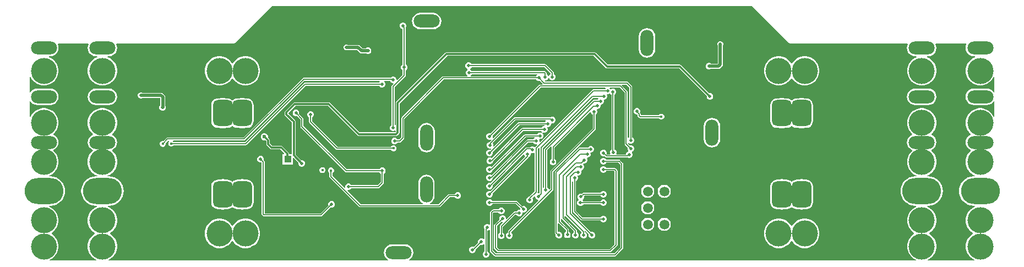
<source format=gbr>
%TF.GenerationSoftware,Altium Limited,Altium Designer,21.7.2 (23)*%
G04 Layer_Physical_Order=2*
G04 Layer_Color=16711680*
%FSLAX25Y25*%
%MOIN*%
%TF.SameCoordinates,95A22525-32A0-4EEE-A0C0-36F8BD1EB9D1*%
%TF.FilePolarity,Positive*%
%TF.FileFunction,Copper,L2,Bot,Signal*%
%TF.Part,Single*%
G01*
G75*
%TA.AperFunction,Conductor*%
%ADD45C,0.00787*%
%ADD46C,0.01181*%
%ADD48C,0.01968*%
%TA.AperFunction,ViaPad*%
%ADD49O,0.07874X0.15748*%
%ADD50O,0.15748X0.07874*%
%TA.AperFunction,ComponentPad*%
%ADD51C,0.05906*%
%ADD52R,0.04331X0.04331*%
%ADD53C,0.04331*%
%TA.AperFunction,ViaPad*%
%ADD54C,0.15748*%
G04:AMPARAMS|DCode=55|XSize=157.48mil|YSize=118.11mil|CornerRadius=29.53mil|HoleSize=0mil|Usage=FLASHONLY|Rotation=90.000|XOffset=0mil|YOffset=0mil|HoleType=Round|Shape=RoundedRectangle|*
%AMROUNDEDRECTD55*
21,1,0.15748,0.05906,0,0,90.0*
21,1,0.09843,0.11811,0,0,90.0*
1,1,0.05906,0.02953,0.04921*
1,1,0.05906,0.02953,-0.04921*
1,1,0.05906,-0.02953,-0.04921*
1,1,0.05906,-0.02953,0.04921*
%
%ADD55ROUNDEDRECTD55*%
%ADD56O,0.23622X0.15748*%
%ADD57C,0.01575*%
%ADD58C,0.01968*%
%ADD59C,0.02362*%
G36*
X462321Y135549D02*
X462979Y135044D01*
X463745Y134727D01*
X464567Y134618D01*
X534643D01*
X534949Y134118D01*
X534560Y133179D01*
X534390Y131890D01*
X534560Y130601D01*
X535058Y129400D01*
X535849Y128369D01*
X536880Y127577D01*
X538081Y127080D01*
X539370Y126910D01*
X540057D01*
X540156Y126410D01*
X539104Y125974D01*
X537650Y125003D01*
X536414Y123767D01*
X535443Y122314D01*
X534774Y120699D01*
X534433Y118984D01*
Y117236D01*
X534774Y115522D01*
X535443Y113907D01*
X536414Y112453D01*
X537650Y111217D01*
X539104Y110246D01*
X540719Y109577D01*
X542433Y109236D01*
X544181D01*
X545895Y109577D01*
X547510Y110246D01*
X548964Y111217D01*
X550200Y112453D01*
X551171Y113907D01*
X551840Y115522D01*
X552181Y117236D01*
Y118984D01*
X551840Y120699D01*
X551171Y122314D01*
X550200Y123767D01*
X548964Y125003D01*
X547510Y125974D01*
X546458Y126410D01*
X546558Y126910D01*
X547244D01*
X548533Y127080D01*
X549734Y127577D01*
X550765Y128369D01*
X551557Y129400D01*
X552054Y130601D01*
X552224Y131890D01*
X552054Y133179D01*
X551665Y134118D01*
X551971Y134618D01*
X570076D01*
X570383Y134118D01*
X569993Y133179D01*
X569824Y131890D01*
X569993Y130601D01*
X570491Y129400D01*
X571282Y128369D01*
X572313Y127577D01*
X573514Y127080D01*
X574803Y126910D01*
X575490D01*
X575589Y126410D01*
X574537Y125974D01*
X573083Y125003D01*
X571847Y123767D01*
X570876Y122314D01*
X570207Y120699D01*
X569866Y118984D01*
Y117236D01*
X570207Y115522D01*
X570876Y113907D01*
X571847Y112453D01*
X573083Y111217D01*
X574537Y110246D01*
X576152Y109577D01*
X577866Y109236D01*
X579614D01*
X581329Y109577D01*
X582944Y110246D01*
X584397Y111217D01*
X585633Y112453D01*
X586604Y113907D01*
X586874Y114559D01*
X587374Y114460D01*
Y105172D01*
X586874Y105002D01*
X586198Y105883D01*
X585167Y106675D01*
X583966Y107172D01*
X582677Y107342D01*
X574803D01*
X573514Y107172D01*
X572313Y106675D01*
X571282Y105883D01*
X570491Y104852D01*
X569993Y103651D01*
X569824Y102362D01*
X569993Y101073D01*
X570491Y99872D01*
X571282Y98841D01*
X572313Y98050D01*
X573514Y97552D01*
X574803Y97383D01*
X582677D01*
X583966Y97552D01*
X585167Y98050D01*
X586198Y98841D01*
X586874Y99722D01*
X587374Y99553D01*
Y90265D01*
X586874Y90165D01*
X586604Y90818D01*
X585633Y92271D01*
X584397Y93507D01*
X582944Y94478D01*
X581329Y95147D01*
X579614Y95488D01*
X577866D01*
X576152Y95147D01*
X574537Y94478D01*
X573083Y93507D01*
X571847Y92271D01*
X570876Y90818D01*
X570207Y89203D01*
X569866Y87488D01*
Y85740D01*
X570207Y84026D01*
X570876Y82411D01*
X571847Y80957D01*
X572903Y79901D01*
X572826Y79328D01*
X572313Y79116D01*
X571282Y78324D01*
X570491Y77293D01*
X569993Y76092D01*
X569824Y74803D01*
X569993Y73514D01*
X570491Y72313D01*
X571282Y71282D01*
X572313Y70491D01*
X572826Y70278D01*
X572903Y69705D01*
X571847Y68649D01*
X570876Y67196D01*
X570207Y65581D01*
X569866Y63866D01*
Y62118D01*
X570207Y60404D01*
X570876Y58789D01*
X571847Y57335D01*
X573083Y56099D01*
X574537Y55128D01*
X575588Y54693D01*
X575489Y54193D01*
X574803D01*
X573064Y54021D01*
X571391Y53514D01*
X569849Y52690D01*
X568498Y51581D01*
X567389Y50230D01*
X566565Y48688D01*
X566057Y47015D01*
X565886Y45276D01*
X566057Y43536D01*
X566565Y41863D01*
X567389Y40322D01*
X568498Y38970D01*
X569849Y37861D01*
X571391Y37037D01*
X573064Y36530D01*
X574803Y36359D01*
X575489D01*
X575588Y35859D01*
X574537Y35423D01*
X573083Y34452D01*
X571847Y33216D01*
X570876Y31762D01*
X570207Y30147D01*
X569866Y28433D01*
Y26685D01*
X570207Y24971D01*
X570876Y23356D01*
X571847Y21902D01*
X573083Y20666D01*
X574102Y19986D01*
Y19384D01*
X573083Y18704D01*
X571847Y17468D01*
X570876Y16014D01*
X570207Y14400D01*
X569866Y12685D01*
Y10937D01*
X570207Y9223D01*
X570876Y7608D01*
X571847Y6154D01*
X573083Y4918D01*
X574537Y3947D01*
X575189Y3677D01*
X575090Y3177D01*
X546958D01*
X546858Y3677D01*
X547510Y3947D01*
X548964Y4918D01*
X550200Y6154D01*
X551171Y7608D01*
X551840Y9223D01*
X552181Y10937D01*
Y12685D01*
X551840Y14400D01*
X551171Y16014D01*
X550200Y17468D01*
X548964Y18704D01*
X547946Y19384D01*
Y19986D01*
X548964Y20666D01*
X550200Y21902D01*
X551171Y23356D01*
X551840Y24971D01*
X552181Y26685D01*
Y28433D01*
X551840Y30147D01*
X551171Y31762D01*
X550200Y33216D01*
X548964Y34452D01*
X547510Y35423D01*
X546459Y35859D01*
X546559Y36359D01*
X547244D01*
X548984Y36530D01*
X550657Y37037D01*
X552198Y37861D01*
X553549Y38970D01*
X554658Y40322D01*
X555482Y41863D01*
X555990Y43536D01*
X556161Y45276D01*
X555990Y47015D01*
X555482Y48688D01*
X554658Y50230D01*
X553549Y51581D01*
X552198Y52690D01*
X550657Y53514D01*
X548984Y54021D01*
X547244Y54193D01*
X546559D01*
X546459Y54693D01*
X547510Y55128D01*
X548964Y56099D01*
X550200Y57335D01*
X551171Y58789D01*
X551840Y60404D01*
X552181Y62118D01*
Y63866D01*
X551840Y65581D01*
X551171Y67196D01*
X550200Y68649D01*
X549144Y69705D01*
X549221Y70278D01*
X549734Y70491D01*
X550765Y71282D01*
X551557Y72313D01*
X552054Y73514D01*
X552224Y74803D01*
X552054Y76092D01*
X551557Y77293D01*
X550765Y78324D01*
X549734Y79116D01*
X549221Y79328D01*
X549144Y79901D01*
X550200Y80957D01*
X551171Y82411D01*
X551840Y84026D01*
X552181Y85740D01*
Y87488D01*
X551840Y89203D01*
X551171Y90818D01*
X550200Y92271D01*
X548964Y93507D01*
X547510Y94478D01*
X545895Y95147D01*
X544181Y95488D01*
X542433D01*
X540719Y95147D01*
X539104Y94478D01*
X537650Y93507D01*
X536414Y92271D01*
X535443Y90818D01*
X534774Y89203D01*
X534433Y87488D01*
Y85740D01*
X534774Y84026D01*
X535443Y82411D01*
X536414Y80957D01*
X537470Y79901D01*
X537393Y79328D01*
X536880Y79116D01*
X535849Y78324D01*
X535058Y77293D01*
X534560Y76092D01*
X534390Y74803D01*
X534560Y73514D01*
X535058Y72313D01*
X535849Y71282D01*
X536880Y70491D01*
X537393Y70278D01*
X537470Y69705D01*
X536414Y68649D01*
X535443Y67196D01*
X534774Y65581D01*
X534433Y63866D01*
Y62118D01*
X534774Y60404D01*
X535443Y58789D01*
X536414Y57335D01*
X537650Y56099D01*
X539104Y55128D01*
X540155Y54693D01*
X540056Y54193D01*
X539370D01*
X537631Y54021D01*
X535958Y53514D01*
X534416Y52690D01*
X533065Y51581D01*
X531956Y50230D01*
X531132Y48688D01*
X530624Y47015D01*
X530453Y45276D01*
X530624Y43536D01*
X531132Y41863D01*
X531956Y40322D01*
X533065Y38970D01*
X534416Y37861D01*
X535958Y37037D01*
X537631Y36530D01*
X539370Y36359D01*
X540056D01*
X540155Y35859D01*
X539104Y35423D01*
X537650Y34452D01*
X536414Y33216D01*
X535443Y31762D01*
X534774Y30147D01*
X534433Y28433D01*
Y26685D01*
X534774Y24971D01*
X535443Y23356D01*
X536414Y21902D01*
X537650Y20666D01*
X538669Y19986D01*
Y19384D01*
X537650Y18704D01*
X536414Y17468D01*
X535443Y16014D01*
X534774Y14400D01*
X534433Y12685D01*
Y10937D01*
X534774Y9223D01*
X535443Y7608D01*
X536414Y6154D01*
X537650Y4918D01*
X539104Y3947D01*
X539756Y3677D01*
X539657Y3177D01*
X232904D01*
X232804Y3677D01*
X233002Y3758D01*
X234033Y4550D01*
X234824Y5581D01*
X235322Y6782D01*
X235491Y8071D01*
X235322Y9360D01*
X234824Y10561D01*
X234033Y11592D01*
X233002Y12383D01*
X231801Y12881D01*
X230512Y13050D01*
X222638D01*
X221349Y12881D01*
X220148Y12383D01*
X219117Y11592D01*
X218325Y10561D01*
X217828Y9360D01*
X217658Y8071D01*
X217828Y6782D01*
X218325Y5581D01*
X219117Y4550D01*
X220148Y3758D01*
X220345Y3677D01*
X220246Y3177D01*
X50895D01*
X50795Y3677D01*
X51447Y3947D01*
X52901Y4918D01*
X54137Y6154D01*
X55108Y7608D01*
X55777Y9223D01*
X56118Y10937D01*
Y12685D01*
X55777Y14400D01*
X55108Y16014D01*
X54137Y17468D01*
X52901Y18704D01*
X51883Y19384D01*
Y19986D01*
X52901Y20666D01*
X54137Y21902D01*
X55108Y23356D01*
X55777Y24971D01*
X56118Y26685D01*
Y28433D01*
X55777Y30147D01*
X55108Y31762D01*
X54137Y33216D01*
X52901Y34452D01*
X51447Y35423D01*
X50396Y35859D01*
X50495Y36359D01*
X51181D01*
X52921Y36530D01*
X54593Y37037D01*
X56135Y37861D01*
X57486Y38970D01*
X58595Y40322D01*
X59419Y41863D01*
X59927Y43536D01*
X60098Y45276D01*
X59927Y47015D01*
X59419Y48688D01*
X58595Y50230D01*
X57486Y51581D01*
X56135Y52690D01*
X54593Y53514D01*
X52921Y54021D01*
X51181Y54193D01*
X50495D01*
X50396Y54693D01*
X51447Y55128D01*
X52901Y56099D01*
X54137Y57335D01*
X55108Y58789D01*
X55777Y60404D01*
X56118Y62118D01*
Y63866D01*
X55777Y65581D01*
X55108Y67196D01*
X54137Y68649D01*
X53081Y69705D01*
X53158Y70278D01*
X53671Y70491D01*
X54702Y71282D01*
X55494Y72313D01*
X55991Y73514D01*
X56161Y74803D01*
X55991Y76092D01*
X55494Y77293D01*
X54702Y78324D01*
X53671Y79116D01*
X53158Y79328D01*
X53081Y79901D01*
X54137Y80957D01*
X55108Y82411D01*
X55777Y84026D01*
X56118Y85740D01*
Y87488D01*
X55777Y89203D01*
X55108Y90818D01*
X54137Y92271D01*
X52901Y93507D01*
X51447Y94478D01*
X49832Y95147D01*
X48118Y95488D01*
X46370D01*
X44656Y95147D01*
X43041Y94478D01*
X41587Y93507D01*
X40351Y92271D01*
X39380Y90818D01*
X38711Y89203D01*
X38370Y87488D01*
Y85740D01*
X38711Y84026D01*
X39380Y82411D01*
X40351Y80957D01*
X41407Y79901D01*
X41330Y79328D01*
X40817Y79116D01*
X39786Y78324D01*
X38995Y77293D01*
X38497Y76092D01*
X38328Y74803D01*
X38497Y73514D01*
X38995Y72313D01*
X39786Y71282D01*
X40817Y70491D01*
X41330Y70278D01*
X41407Y69705D01*
X40351Y68649D01*
X39380Y67196D01*
X38711Y65581D01*
X38370Y63866D01*
Y62118D01*
X38711Y60404D01*
X39380Y58789D01*
X40351Y57335D01*
X41587Y56099D01*
X43041Y55128D01*
X44092Y54693D01*
X43993Y54193D01*
X43307D01*
X41568Y54021D01*
X39895Y53514D01*
X38353Y52690D01*
X37002Y51581D01*
X35893Y50230D01*
X35069Y48688D01*
X34561Y47015D01*
X34390Y45276D01*
X34561Y43536D01*
X35069Y41863D01*
X35893Y40322D01*
X37002Y38970D01*
X38353Y37861D01*
X39895Y37037D01*
X41568Y36530D01*
X43307Y36359D01*
X43993D01*
X44092Y35859D01*
X43041Y35423D01*
X41587Y34452D01*
X40351Y33216D01*
X39380Y31762D01*
X38711Y30147D01*
X38370Y28433D01*
Y26685D01*
X38711Y24971D01*
X39380Y23356D01*
X40351Y21902D01*
X41587Y20666D01*
X42606Y19986D01*
Y19384D01*
X41587Y18704D01*
X40351Y17468D01*
X39380Y16014D01*
X38711Y14400D01*
X38370Y12685D01*
Y10937D01*
X38711Y9223D01*
X39380Y7608D01*
X40351Y6154D01*
X41587Y4918D01*
X43041Y3947D01*
X43693Y3677D01*
X43594Y3177D01*
X15461D01*
X15362Y3677D01*
X16014Y3947D01*
X17468Y4918D01*
X18704Y6154D01*
X19675Y7608D01*
X20344Y9223D01*
X20685Y10937D01*
Y12685D01*
X20344Y14400D01*
X19675Y16014D01*
X18704Y17468D01*
X17468Y18704D01*
X16450Y19384D01*
Y19986D01*
X17468Y20666D01*
X18704Y21902D01*
X19675Y23356D01*
X20344Y24971D01*
X20685Y26685D01*
Y28433D01*
X20344Y30147D01*
X19675Y31762D01*
X18704Y33216D01*
X17468Y34452D01*
X16014Y35423D01*
X14963Y35859D01*
X15062Y36359D01*
X15748D01*
X17488Y36530D01*
X19160Y37037D01*
X20702Y37861D01*
X22053Y38970D01*
X23162Y40322D01*
X23986Y41863D01*
X24494Y43536D01*
X24665Y45276D01*
X24494Y47015D01*
X23986Y48688D01*
X23162Y50230D01*
X22053Y51581D01*
X20702Y52690D01*
X19160Y53514D01*
X17488Y54021D01*
X15748Y54193D01*
X15062D01*
X14963Y54693D01*
X16014Y55128D01*
X17468Y56099D01*
X18704Y57335D01*
X19675Y58789D01*
X20344Y60404D01*
X20685Y62118D01*
Y63866D01*
X20344Y65581D01*
X19675Y67196D01*
X18704Y68649D01*
X17648Y69705D01*
X17725Y70278D01*
X18238Y70491D01*
X19269Y71282D01*
X20061Y72313D01*
X20558Y73514D01*
X20728Y74803D01*
X20558Y76092D01*
X20061Y77293D01*
X19269Y78324D01*
X18238Y79116D01*
X17725Y79328D01*
X17648Y79901D01*
X18704Y80957D01*
X19675Y82411D01*
X20344Y84026D01*
X20685Y85740D01*
Y87488D01*
X20344Y89203D01*
X19675Y90818D01*
X18704Y92271D01*
X17468Y93507D01*
X16014Y94478D01*
X14400Y95147D01*
X12685Y95488D01*
X10937D01*
X9223Y95147D01*
X7608Y94478D01*
X6154Y93507D01*
X4918Y92271D01*
X3947Y90818D01*
X3677Y90165D01*
X3177Y90265D01*
Y99553D01*
X3677Y99722D01*
X4353Y98841D01*
X5384Y98050D01*
X6585Y97552D01*
X7874Y97383D01*
X15748D01*
X17037Y97552D01*
X18238Y98050D01*
X19269Y98841D01*
X20061Y99872D01*
X20558Y101073D01*
X20728Y102362D01*
X20558Y103651D01*
X20061Y104852D01*
X19269Y105883D01*
X18238Y106675D01*
X17037Y107172D01*
X15748Y107342D01*
X7874D01*
X6585Y107172D01*
X5384Y106675D01*
X4353Y105883D01*
X3677Y105002D01*
X3177Y105172D01*
Y114460D01*
X3677Y114559D01*
X3947Y113907D01*
X4918Y112453D01*
X6154Y111217D01*
X7608Y110246D01*
X9223Y109577D01*
X10937Y109236D01*
X12685D01*
X14400Y109577D01*
X16014Y110246D01*
X17468Y111217D01*
X18704Y112453D01*
X19675Y113907D01*
X20344Y115522D01*
X20685Y117236D01*
Y118984D01*
X20344Y120699D01*
X19675Y122314D01*
X18704Y123767D01*
X17468Y125003D01*
X16014Y125974D01*
X14962Y126410D01*
X15062Y126910D01*
X15748D01*
X17037Y127080D01*
X18238Y127577D01*
X19269Y128369D01*
X20061Y129400D01*
X20558Y130601D01*
X20728Y131890D01*
X20558Y133179D01*
X20169Y134118D01*
X20475Y134618D01*
X38580D01*
X38886Y134118D01*
X38497Y133179D01*
X38328Y131890D01*
X38497Y130601D01*
X38995Y129400D01*
X39786Y128369D01*
X40817Y127577D01*
X42018Y127080D01*
X43307Y126910D01*
X43993D01*
X44093Y126410D01*
X43041Y125974D01*
X41587Y125003D01*
X40351Y123767D01*
X39380Y122314D01*
X38711Y120699D01*
X38370Y118984D01*
Y117236D01*
X38711Y115522D01*
X39380Y113907D01*
X40351Y112453D01*
X41587Y111217D01*
X43041Y110246D01*
X44656Y109577D01*
X46370Y109236D01*
X48118D01*
X49832Y109577D01*
X51447Y110246D01*
X52901Y111217D01*
X54137Y112453D01*
X55108Y113907D01*
X55777Y115522D01*
X56118Y117236D01*
Y118984D01*
X55777Y120699D01*
X55108Y122314D01*
X54137Y123767D01*
X52901Y125003D01*
X51447Y125974D01*
X50395Y126410D01*
X50495Y126910D01*
X51181D01*
X52470Y127080D01*
X53671Y127577D01*
X54702Y128369D01*
X55494Y129400D01*
X55991Y130601D01*
X56161Y131890D01*
X55991Y133179D01*
X55602Y134118D01*
X55908Y134618D01*
X125984D01*
X126806Y134727D01*
X127573Y135044D01*
X128231Y135549D01*
X150036Y157355D01*
X440515D01*
X462321Y135549D01*
D02*
G37*
%LPC*%
G36*
X247539Y153208D02*
X239665D01*
X238376Y153038D01*
X237176Y152541D01*
X236144Y151750D01*
X235353Y150718D01*
X234855Y149517D01*
X234686Y148228D01*
X234855Y146940D01*
X235353Y145738D01*
X236144Y144707D01*
X237176Y143916D01*
X238376Y143418D01*
X239665Y143249D01*
X247539D01*
X248828Y143418D01*
X250029Y143916D01*
X251061Y144707D01*
X251852Y145738D01*
X252349Y146940D01*
X252519Y148228D01*
X252349Y149517D01*
X251852Y150718D01*
X251061Y151750D01*
X250029Y152541D01*
X248828Y153038D01*
X247539Y153208D01*
D02*
G37*
G36*
X195337Y134075D02*
X194624D01*
X193966Y133802D01*
X193462Y133298D01*
X193189Y132640D01*
Y131927D01*
X193462Y131269D01*
X193966Y130765D01*
X194624Y130492D01*
X195337D01*
X195995Y130765D01*
X196000Y130770D01*
X201440D01*
X203064Y129147D01*
X203064Y129146D01*
X203555Y128818D01*
X204134Y128703D01*
X204134Y128703D01*
X206778D01*
X206947Y128534D01*
X207676Y128232D01*
X208466D01*
X209195Y128534D01*
X209753Y129093D01*
X210055Y129822D01*
Y130611D01*
X209753Y131341D01*
X209195Y131899D01*
X208466Y132201D01*
X207676D01*
X206947Y131899D01*
X206778Y131730D01*
X204761D01*
X203137Y133353D01*
X202646Y133682D01*
X202067Y133797D01*
X202067Y133797D01*
X196000D01*
X195995Y133802D01*
X195337Y134075D01*
D02*
G37*
G36*
X376969Y143956D02*
X375680Y143786D01*
X374479Y143289D01*
X373447Y142498D01*
X372656Y141466D01*
X372159Y140265D01*
X371989Y138976D01*
Y131102D01*
X372159Y129814D01*
X372656Y128613D01*
X373447Y127581D01*
X374479Y126790D01*
X375680Y126292D01*
X376969Y126123D01*
X378257Y126292D01*
X379458Y126790D01*
X380490Y127581D01*
X381281Y128613D01*
X381778Y129814D01*
X381948Y131102D01*
Y138976D01*
X381778Y140265D01*
X381281Y141466D01*
X380490Y142498D01*
X379458Y143289D01*
X378257Y143786D01*
X376969Y143956D01*
D02*
G37*
G36*
X473315Y126984D02*
X471567D01*
X469852Y126643D01*
X468237Y125974D01*
X466784Y125003D01*
X465548Y123767D01*
X464868Y122749D01*
X464266D01*
X463586Y123767D01*
X462350Y125003D01*
X460896Y125974D01*
X459281Y126643D01*
X457567Y126984D01*
X455819D01*
X454105Y126643D01*
X452490Y125974D01*
X451036Y125003D01*
X449800Y123767D01*
X448829Y122314D01*
X448160Y120699D01*
X447819Y118984D01*
Y117236D01*
X448160Y115522D01*
X448829Y113907D01*
X449800Y112453D01*
X451036Y111217D01*
X452490Y110246D01*
X454105Y109577D01*
X455819Y109236D01*
X457567D01*
X459281Y109577D01*
X460896Y110246D01*
X462350Y111217D01*
X463586Y112453D01*
X464266Y113472D01*
X464868D01*
X465548Y112453D01*
X466784Y111217D01*
X468237Y110246D01*
X469852Y109577D01*
X471567Y109236D01*
X473315D01*
X475029Y109577D01*
X476644Y110246D01*
X478098Y111217D01*
X479334Y112453D01*
X480305Y113907D01*
X480974Y115522D01*
X481315Y117236D01*
Y118984D01*
X480974Y120699D01*
X480305Y122314D01*
X479334Y123767D01*
X478098Y125003D01*
X476644Y125974D01*
X475029Y126643D01*
X473315Y126984D01*
D02*
G37*
G36*
X134732D02*
X132984D01*
X131270Y126643D01*
X129655Y125974D01*
X128201Y125003D01*
X126965Y123767D01*
X126285Y122749D01*
X125684D01*
X125003Y123767D01*
X123767Y125003D01*
X122314Y125974D01*
X120699Y126643D01*
X118984Y126984D01*
X117236D01*
X115522Y126643D01*
X113907Y125974D01*
X112453Y125003D01*
X111217Y123767D01*
X110246Y122314D01*
X109577Y120699D01*
X109236Y118984D01*
Y117236D01*
X109577Y115522D01*
X110246Y113907D01*
X111217Y112453D01*
X112453Y111217D01*
X113907Y110246D01*
X115522Y109577D01*
X117236Y109236D01*
X118984D01*
X120699Y109577D01*
X122314Y110246D01*
X123767Y111217D01*
X125003Y112453D01*
X125684Y113472D01*
X126285D01*
X126965Y112453D01*
X128201Y111217D01*
X129655Y110246D01*
X131270Y109577D01*
X132984Y109236D01*
X134732D01*
X136447Y109577D01*
X138062Y110246D01*
X139515Y111217D01*
X140751Y112453D01*
X141722Y113907D01*
X142391Y115522D01*
X142732Y117236D01*
Y118984D01*
X142391Y120699D01*
X141722Y122314D01*
X140751Y123767D01*
X139515Y125003D01*
X138062Y125974D01*
X136447Y126643D01*
X134732Y126984D01*
D02*
G37*
G36*
X421723Y136043D02*
X421011D01*
X420352Y135771D01*
X419848Y135267D01*
X419576Y134608D01*
Y133896D01*
X419848Y133237D01*
X419854Y133232D01*
Y122683D01*
X419529Y122359D01*
X415785D01*
X415616Y122527D01*
X414887Y122829D01*
X414097D01*
X413368Y122527D01*
X412810Y121969D01*
X412508Y121240D01*
Y120451D01*
X412810Y119721D01*
X413368Y119163D01*
X414097Y118861D01*
X414887D01*
X415616Y119163D01*
X415785Y119332D01*
X420156D01*
X420156Y119332D01*
X420735Y119447D01*
X421226Y119775D01*
X422437Y120986D01*
X422437Y120986D01*
X422765Y121477D01*
X422880Y122056D01*
X422880Y122056D01*
Y133232D01*
X422886Y133237D01*
X423158Y133896D01*
Y134608D01*
X422886Y135267D01*
X422382Y135771D01*
X421723Y136043D01*
D02*
G37*
G36*
X269391Y123244D02*
X268601D01*
X267872Y122942D01*
X267314Y122384D01*
X267012Y121654D01*
Y120865D01*
X267314Y120136D01*
X267872Y119578D01*
X268365Y119374D01*
Y118832D01*
X268069Y118710D01*
X267511Y118151D01*
X267209Y117422D01*
Y116633D01*
X267511Y115904D01*
X268069Y115345D01*
X268205Y115289D01*
X268105Y114789D01*
X253543D01*
X253195Y114720D01*
X252899Y114522D01*
X228489Y90113D01*
X228292Y89817D01*
X228223Y89468D01*
Y77937D01*
X226788Y76502D01*
X225885D01*
X225796Y76714D01*
X225238Y77273D01*
X224509Y77575D01*
X223720D01*
X222990Y77273D01*
X222432Y76714D01*
X222130Y75985D01*
Y75196D01*
X222432Y74467D01*
X222990Y73908D01*
X223720Y73606D01*
X224509D01*
X225238Y73908D01*
X225796Y74467D01*
X225885Y74679D01*
X227165D01*
X227514Y74749D01*
X227810Y74946D01*
X229778Y76915D01*
X229976Y77210D01*
X230045Y77559D01*
Y89091D01*
X253921Y112967D01*
X309745D01*
X309834Y112754D01*
X310392Y112196D01*
X311121Y111894D01*
X311910D01*
X312123Y111982D01*
X313836Y110269D01*
X313629Y109769D01*
X312126D01*
X311777Y109700D01*
X311482Y109503D01*
X282300Y80321D01*
X282088Y80409D01*
X281298D01*
X280569Y80107D01*
X280011Y79549D01*
X279709Y78820D01*
Y78031D01*
X280011Y77301D01*
X280569Y76743D01*
X281298Y76441D01*
X282088D01*
X282483Y76605D01*
X282766Y76181D01*
X281670Y75084D01*
X281523D01*
X280794Y74782D01*
X280236Y74224D01*
X279934Y73495D01*
Y72705D01*
X280236Y71976D01*
X280794Y71418D01*
X281523Y71116D01*
X282312D01*
X282441Y71169D01*
X282724Y70745D01*
X282300Y70321D01*
X282088Y70410D01*
X281298D01*
X280569Y70107D01*
X280011Y69549D01*
X279709Y68820D01*
Y68031D01*
X280011Y67301D01*
X280569Y66743D01*
X281298Y66441D01*
X282088D01*
X282817Y66743D01*
X283375Y67301D01*
X283677Y68031D01*
Y68820D01*
X283589Y69033D01*
X299767Y85211D01*
X314753D01*
X314874Y85063D01*
X314689Y84641D01*
X314591Y84563D01*
X314369D01*
X313640Y84261D01*
X313082Y83703D01*
X312994Y83490D01*
X301673D01*
X301325Y83421D01*
X301029Y83223D01*
X282993Y65187D01*
X282915Y65265D01*
X282186Y65567D01*
X281397D01*
X280667Y65265D01*
X280109Y64707D01*
X279807Y63977D01*
Y63188D01*
X280109Y62459D01*
X280667Y61901D01*
X281397Y61598D01*
X282186D01*
X282915Y61901D01*
X283473Y62459D01*
X283776Y63188D01*
Y63393D01*
X302051Y81668D01*
X312994D01*
X313082Y81455D01*
X313473Y81063D01*
X313519Y81017D01*
X313236Y80594D01*
X313188Y80613D01*
X312760Y80791D01*
X311970D01*
X311241Y80489D01*
X310683Y79930D01*
X310595Y79718D01*
X303117D01*
X302769Y79648D01*
X302473Y79451D01*
X282973Y59951D01*
X282817Y60107D01*
X282088Y60409D01*
X281298D01*
X280569Y60107D01*
X280011Y59549D01*
X279709Y58820D01*
Y58030D01*
X280011Y57301D01*
X280569Y56743D01*
X281298Y56441D01*
X282088D01*
X282817Y56743D01*
X283375Y57301D01*
X283677Y58030D01*
Y58078D01*
X303495Y77895D01*
X308915D01*
X309014Y77395D01*
X308718Y77273D01*
X308160Y76714D01*
X308072Y76502D01*
X304724D01*
X304376Y76432D01*
X304080Y76235D01*
X282885Y55040D01*
X282817Y55107D01*
X282088Y55409D01*
X281298D01*
X280569Y55107D01*
X280011Y54549D01*
X279709Y53820D01*
Y53031D01*
X280011Y52301D01*
X280569Y51743D01*
X281298Y51441D01*
X282088D01*
X282817Y51743D01*
X283375Y52301D01*
X283677Y53031D01*
Y53255D01*
X305102Y74679D01*
X308072D01*
X308160Y74467D01*
X308718Y73908D01*
X309448Y73606D01*
X310193D01*
X310290Y73491D01*
X310445Y73151D01*
X309282Y71988D01*
X309019Y71916D01*
X308621Y71941D01*
X308604Y71958D01*
X307875Y72260D01*
X307086D01*
X306356Y71958D01*
X306176Y71777D01*
X304331D01*
X303982Y71708D01*
X303686Y71510D01*
X282370Y50194D01*
X282088Y50311D01*
X281298D01*
X280569Y50009D01*
X280011Y49451D01*
X279709Y48722D01*
Y47932D01*
X280011Y47203D01*
X280569Y46645D01*
X281298Y46343D01*
X282088D01*
X282817Y46645D01*
X283375Y47203D01*
X283677Y47932D01*
Y48722D01*
X283618Y48865D01*
X302090Y67336D01*
X302628Y67168D01*
X302854Y66624D01*
X303228Y66249D01*
X282300Y45321D01*
X282088Y45409D01*
X281298D01*
X280569Y45107D01*
X280011Y44549D01*
X279709Y43820D01*
Y43031D01*
X280011Y42301D01*
X280569Y41743D01*
X281298Y41441D01*
X282088D01*
X282817Y41743D01*
X283375Y42301D01*
X283677Y43031D01*
Y43820D01*
X283589Y44033D01*
X305176Y65620D01*
X305374Y65915D01*
X305381Y65950D01*
X305660Y66066D01*
X306218Y66624D01*
X306520Y67353D01*
Y67984D01*
X306847Y68278D01*
X306982Y68334D01*
X307086Y68291D01*
X307875D01*
X308431Y68522D01*
X308931Y68267D01*
Y45063D01*
X305715Y41846D01*
X305609D01*
X304880Y41544D01*
X304322Y40986D01*
X304020Y40257D01*
Y39467D01*
X304322Y38738D01*
X304880Y38180D01*
X305609Y37878D01*
X306399D01*
X307128Y38180D01*
X307686Y38738D01*
X307988Y39467D01*
Y40257D01*
X307686Y40986D01*
X307559Y41113D01*
X308737Y42290D01*
X309237Y42083D01*
Y41690D01*
X309539Y40961D01*
X310097Y40403D01*
X310826Y40101D01*
X311019D01*
X311226Y39601D01*
X293062Y21436D01*
X292865Y21141D01*
X292795Y20792D01*
Y20220D01*
X292583Y20132D01*
X292024Y19574D01*
X291722Y18845D01*
Y18055D01*
X292024Y17326D01*
X292583Y16768D01*
X293312Y16466D01*
X294101D01*
X294830Y16768D01*
X295389Y17326D01*
X295691Y18055D01*
Y18845D01*
X295389Y19574D01*
X294922Y20041D01*
X294853Y20501D01*
X294863Y20660D01*
X320022Y45819D01*
X320220Y46115D01*
X320289Y46464D01*
Y56894D01*
X345693Y82299D01*
X345891Y82594D01*
X345960Y82943D01*
Y91587D01*
X346173Y91675D01*
X346731Y92233D01*
X347034Y92963D01*
Y93752D01*
X346731Y94481D01*
X346955Y94965D01*
X347265D01*
X347994Y95267D01*
X348552Y95825D01*
X348854Y96554D01*
Y97343D01*
X348830Y97403D01*
X349107Y97819D01*
X349214D01*
X349943Y98121D01*
X350501Y98679D01*
X350803Y99409D01*
Y100198D01*
X350778Y100258D01*
X351056Y100673D01*
X351182D01*
X351911Y100975D01*
X352470Y101533D01*
X352772Y102263D01*
Y103052D01*
X352588Y103496D01*
X352594Y103521D01*
X352938Y103958D01*
X353491D01*
X354221Y104260D01*
X354683Y104168D01*
X354685Y104162D01*
X355244Y103604D01*
X355456Y103516D01*
Y70467D01*
X354912Y69923D01*
X354610Y69194D01*
Y68405D01*
X354808Y67927D01*
X354507Y67427D01*
X352956D01*
X352585Y67798D01*
X352673Y68011D01*
Y68800D01*
X352371Y69529D01*
X351813Y70088D01*
X351084Y70390D01*
X350294D01*
X349565Y70088D01*
X349007Y69529D01*
X348705Y68800D01*
Y68011D01*
X349007Y67282D01*
X349565Y66723D01*
X350294Y66421D01*
X351084D01*
X351296Y66509D01*
X351934Y65871D01*
X352230Y65674D01*
X352579Y65605D01*
X365188D01*
X365359Y65639D01*
X365845Y65437D01*
X366635D01*
X367364Y65739D01*
X367922Y66297D01*
X368224Y67027D01*
Y67816D01*
X367922Y68545D01*
X367839Y68629D01*
X367956Y69218D01*
X368348Y69381D01*
X368907Y69939D01*
X369209Y70668D01*
Y71458D01*
X368907Y72187D01*
X368348Y72745D01*
X367619Y73047D01*
X366830D01*
X366617Y72959D01*
X365580Y73997D01*
X365599Y74096D01*
X365704Y74175D01*
X366157Y74336D01*
X366731Y74098D01*
X367521D01*
X368250Y74401D01*
X368808Y74959D01*
X369110Y75688D01*
Y76477D01*
X368808Y77207D01*
X368250Y77765D01*
X368037Y77853D01*
Y108465D01*
X367968Y108813D01*
X367770Y109109D01*
X365565Y111314D01*
X365269Y111512D01*
X364921Y111581D01*
X315255D01*
X315113Y111787D01*
X315376Y112287D01*
X315749D01*
X316478Y112590D01*
X317037Y113148D01*
X317234Y113624D01*
X317775D01*
X317903Y113315D01*
X318461Y112757D01*
X319191Y112455D01*
X319980D01*
X320709Y112757D01*
X321268Y113315D01*
X321570Y114044D01*
Y114834D01*
X321268Y115563D01*
X320709Y116121D01*
X320497Y116209D01*
Y116930D01*
X320427Y117279D01*
X320230Y117575D01*
X315900Y121904D01*
X315605Y122102D01*
X315256Y122171D01*
X270766D01*
X270678Y122384D01*
X270120Y122942D01*
X269391Y123244D01*
D02*
G37*
G36*
X229627Y147358D02*
X228838D01*
X228108Y147056D01*
X227550Y146498D01*
X227248Y145769D01*
Y144979D01*
X227550Y144250D01*
X228108Y143692D01*
X228838Y143390D01*
X229036D01*
Y121948D01*
X228823Y121859D01*
X228265Y121301D01*
X227963Y120572D01*
Y119782D01*
X228265Y119053D01*
X228823Y118495D01*
X229036Y118407D01*
Y115758D01*
X225811Y112533D01*
X225311Y112740D01*
Y113092D01*
X225009Y113821D01*
X224451Y114379D01*
X223722Y114681D01*
X222932D01*
X222203Y114379D01*
X221751Y113928D01*
X169119D01*
X168770Y113858D01*
X168474Y113661D01*
X132595Y77781D01*
X86713D01*
X86364Y77712D01*
X86068Y77514D01*
X84220Y75666D01*
X84116Y75709D01*
X83403D01*
X82745Y75436D01*
X82241Y74932D01*
X81968Y74274D01*
Y73561D01*
X82241Y72903D01*
X82745Y72399D01*
X83403Y72126D01*
X84116D01*
X84775Y72399D01*
X85278Y72903D01*
X85551Y73561D01*
Y74274D01*
X85508Y74377D01*
X87090Y75959D01*
X87634D01*
X87712Y75816D01*
X87788Y75459D01*
X87359Y75030D01*
X87087Y74372D01*
Y73659D01*
X87359Y73001D01*
X87863Y72497D01*
X88522Y72224D01*
X89234D01*
X89893Y72497D01*
X90397Y73001D01*
X90439Y73105D01*
X133858D01*
X134207Y73174D01*
X134503Y73371D01*
X170259Y109128D01*
X214667D01*
X214755Y108915D01*
X215313Y108357D01*
X216042Y108055D01*
X216832D01*
X217561Y108357D01*
X218119Y108915D01*
X218421Y109645D01*
Y110434D01*
X218119Y111163D01*
X217677Y111605D01*
X217842Y112105D01*
X221424D01*
X221645Y111573D01*
X222203Y111015D01*
X222932Y110713D01*
X223284D01*
X223491Y110213D01*
X222584Y109305D01*
X222386Y109010D01*
X222317Y108661D01*
Y85333D01*
X222104Y85245D01*
X221546Y84687D01*
X221244Y83958D01*
Y83168D01*
X221546Y82439D01*
X222104Y81881D01*
X222834Y81579D01*
X223623D01*
X224352Y81881D01*
X224426Y81955D01*
X224926Y81748D01*
Y81256D01*
X224507Y80836D01*
X203031D01*
X185148Y98719D01*
X184788Y98960D01*
X184362Y99045D01*
X184362Y99045D01*
X163681D01*
X163256Y98960D01*
X162895Y98719D01*
X157872Y93697D01*
X157631Y93336D01*
X157547Y92910D01*
X157547Y92910D01*
Y91703D01*
X157547Y91703D01*
X157631Y91277D01*
X157872Y90917D01*
X161979Y86810D01*
Y67732D01*
X160364D01*
Y67913D01*
X160279Y68339D01*
X160038Y68700D01*
X156298Y72440D01*
X155937Y72681D01*
X155512Y72765D01*
X155512Y72765D01*
X150165D01*
X148677Y74253D01*
Y75958D01*
X148677Y75958D01*
X148593Y76384D01*
X148352Y76744D01*
X148352Y76744D01*
X147406Y77691D01*
X147457Y77814D01*
Y78682D01*
X147125Y79483D01*
X146511Y80097D01*
X145709Y80429D01*
X144842D01*
X144040Y80097D01*
X143427Y79483D01*
X143095Y78682D01*
Y77814D01*
X143427Y77012D01*
X144040Y76399D01*
X144842Y76067D01*
X145709D01*
X145833Y76118D01*
X146454Y75498D01*
Y73793D01*
X146454Y73793D01*
X146538Y73367D01*
X146779Y73006D01*
X148918Y70867D01*
X148918Y70867D01*
X149279Y70626D01*
X149705Y70542D01*
X149705Y70542D01*
X155051D01*
X157399Y68194D01*
X157207Y67732D01*
X156283D01*
Y61402D01*
X162614D01*
Y65180D01*
X163076Y65371D01*
X165934Y62513D01*
X165929Y62501D01*
Y61712D01*
X166231Y60982D01*
X166789Y60424D01*
X167519Y60122D01*
X168308D01*
X169037Y60424D01*
X169596Y60982D01*
X169898Y61712D01*
Y62501D01*
X169596Y63230D01*
X169037Y63788D01*
X168308Y64091D01*
X167519D01*
X167507Y64086D01*
X164202Y67390D01*
Y87271D01*
X164202Y87271D01*
X164118Y87697D01*
X163877Y88057D01*
X163877Y88057D01*
X159770Y92164D01*
Y92450D01*
X164142Y96821D01*
X183902D01*
X201784Y78938D01*
X201784Y78938D01*
X202145Y78697D01*
X202571Y78613D01*
X224968D01*
X224968Y78613D01*
X225393Y78697D01*
X225754Y78938D01*
X226824Y80009D01*
X227065Y80369D01*
X227150Y80795D01*
X227150Y80795D01*
Y98314D01*
X256071Y127234D01*
X344717D01*
X351970Y119982D01*
X351970Y119982D01*
X352330Y119740D01*
X352756Y119656D01*
X352756Y119656D01*
X396411D01*
X413077Y102989D01*
X413072Y102977D01*
Y102188D01*
X413374Y101458D01*
X413933Y100900D01*
X414662Y100598D01*
X415451D01*
X416181Y100900D01*
X416739Y101458D01*
X417041Y102188D01*
Y102977D01*
X416739Y103706D01*
X416181Y104264D01*
X415451Y104567D01*
X414662D01*
X414650Y104562D01*
X397657Y121554D01*
X397297Y121795D01*
X396871Y121880D01*
X396871Y121880D01*
X353217D01*
X345963Y129133D01*
X345603Y129374D01*
X345177Y129458D01*
X345177Y129458D01*
X255610D01*
X255185Y129374D01*
X254824Y129133D01*
X254824Y129133D01*
X225252Y99561D01*
X225011Y99200D01*
X224926Y98774D01*
X224926Y98774D01*
Y85586D01*
X224439Y85348D01*
X224139Y85537D01*
Y108284D01*
X230592Y114736D01*
X230789Y115032D01*
X230858Y115380D01*
Y118407D01*
X231071Y118495D01*
X231629Y119053D01*
X231931Y119782D01*
Y120572D01*
X231629Y121301D01*
X231071Y121859D01*
X230858Y121948D01*
Y144194D01*
X230914Y144250D01*
X231217Y144979D01*
Y145769D01*
X230914Y146498D01*
X230356Y147056D01*
X229627Y147358D01*
D02*
G37*
G36*
X470472Y101738D02*
X469105Y101558D01*
X468791Y101428D01*
X467520D01*
X466488Y101292D01*
X465526Y100894D01*
X464929Y100435D01*
X464567Y100307D01*
X464205Y100435D01*
X463608Y100894D01*
X462646Y101292D01*
X461614Y101428D01*
X460343D01*
X460028Y101558D01*
X458661Y101738D01*
X457295Y101558D01*
X456980Y101428D01*
X455709D01*
X454677Y101292D01*
X453715Y100894D01*
X452889Y100260D01*
X452256Y99434D01*
X451858Y98473D01*
X451722Y97441D01*
Y87598D01*
X451858Y86567D01*
X452256Y85605D01*
X452889Y84779D01*
X453715Y84146D01*
X454677Y83747D01*
X455709Y83612D01*
X456980D01*
X457295Y83481D01*
X458661Y83301D01*
X460028Y83481D01*
X460343Y83612D01*
X461614D01*
X462646Y83747D01*
X463608Y84146D01*
X464205Y84604D01*
X464567Y84732D01*
X464929Y84604D01*
X465526Y84146D01*
X466488Y83747D01*
X467520Y83612D01*
X468791D01*
X469105Y83481D01*
X470472Y83301D01*
X471839Y83481D01*
X472154Y83612D01*
X473425D01*
X474457Y83747D01*
X475419Y84146D01*
X476244Y84779D01*
X476878Y85605D01*
X477276Y86567D01*
X477412Y87598D01*
Y97441D01*
X477276Y98473D01*
X476878Y99434D01*
X476244Y100260D01*
X475419Y100894D01*
X474457Y101292D01*
X473425Y101428D01*
X472154D01*
X471839Y101558D01*
X470472Y101738D01*
D02*
G37*
G36*
X131890D02*
X130523Y101558D01*
X130208Y101428D01*
X128937D01*
X127905Y101292D01*
X126944Y100894D01*
X126346Y100435D01*
X125984Y100307D01*
X125622Y100435D01*
X125025Y100894D01*
X124063Y101292D01*
X123031Y101428D01*
X121760D01*
X121446Y101558D01*
X120079Y101738D01*
X118712Y101558D01*
X118397Y101428D01*
X117126D01*
X116094Y101292D01*
X115132Y100894D01*
X114307Y100260D01*
X113673Y99434D01*
X113275Y98473D01*
X113139Y97441D01*
Y87598D01*
X113275Y86567D01*
X113673Y85605D01*
X114307Y84779D01*
X115132Y84146D01*
X116094Y83747D01*
X117126Y83612D01*
X118397D01*
X118712Y83481D01*
X120079Y83301D01*
X121446Y83481D01*
X121760Y83612D01*
X123031D01*
X124063Y83747D01*
X125025Y84146D01*
X125622Y84604D01*
X125984Y84732D01*
X126346Y84604D01*
X126944Y84146D01*
X127905Y83747D01*
X128937Y83612D01*
X130208D01*
X130523Y83481D01*
X131890Y83301D01*
X133257Y83481D01*
X133571Y83612D01*
X134843D01*
X135874Y83747D01*
X136836Y84146D01*
X137662Y84779D01*
X138295Y85605D01*
X138693Y86567D01*
X138829Y87598D01*
Y97441D01*
X138693Y98473D01*
X138295Y99434D01*
X137662Y100260D01*
X136836Y100894D01*
X135874Y101292D01*
X134843Y101428D01*
X133571D01*
X133257Y101558D01*
X131890Y101738D01*
D02*
G37*
G36*
X547244Y107342D02*
X539370D01*
X538081Y107172D01*
X536880Y106675D01*
X535849Y105883D01*
X535058Y104852D01*
X534560Y103651D01*
X534390Y102362D01*
X534560Y101073D01*
X535058Y99872D01*
X535849Y98841D01*
X536880Y98050D01*
X538081Y97552D01*
X539370Y97383D01*
X547244D01*
X548533Y97552D01*
X549734Y98050D01*
X550765Y98841D01*
X551557Y99872D01*
X552054Y101073D01*
X552224Y102362D01*
X552054Y103651D01*
X551557Y104852D01*
X550765Y105883D01*
X549734Y106675D01*
X548533Y107172D01*
X547244Y107342D01*
D02*
G37*
G36*
X51181D02*
X43307D01*
X42018Y107172D01*
X40817Y106675D01*
X39786Y105883D01*
X38995Y104852D01*
X38497Y103651D01*
X38328Y102362D01*
X38497Y101073D01*
X38995Y99872D01*
X39786Y98841D01*
X40817Y98050D01*
X42018Y97552D01*
X43307Y97383D01*
X51181D01*
X52470Y97552D01*
X53671Y98050D01*
X54702Y98841D01*
X55494Y99872D01*
X55991Y101073D01*
X56161Y102362D01*
X55991Y103651D01*
X55494Y104852D01*
X54702Y105883D01*
X53671Y106675D01*
X52470Y107172D01*
X51181Y107342D01*
D02*
G37*
G36*
X70829Y105048D02*
X70116D01*
X69458Y104775D01*
X68954Y104271D01*
X68681Y103613D01*
Y102900D01*
X68954Y102242D01*
X69458Y101738D01*
X70116Y101465D01*
X70829D01*
X71487Y101738D01*
X71492Y101743D01*
X82042D01*
X82247Y101539D01*
Y97257D01*
X81979Y96990D01*
X81677Y96261D01*
Y95472D01*
X81979Y94742D01*
X82537Y94184D01*
X83267Y93882D01*
X84056D01*
X84785Y94184D01*
X85344Y94742D01*
X85646Y95472D01*
Y96261D01*
X85344Y96990D01*
X85273Y97061D01*
Y102165D01*
X85273Y102165D01*
X85158Y102744D01*
X84830Y103235D01*
X84830Y103235D01*
X83739Y104327D01*
X83248Y104655D01*
X82669Y104770D01*
X82668Y104770D01*
X71492D01*
X71487Y104775D01*
X70829Y105048D01*
D02*
G37*
G36*
X371261Y95587D02*
X370472D01*
X369742Y95284D01*
X369184Y94726D01*
X368882Y93997D01*
Y93208D01*
X369184Y92478D01*
X369742Y91920D01*
X370472Y91618D01*
X371242D01*
X371294Y91566D01*
Y90983D01*
X371364Y90635D01*
X371561Y90339D01*
X372190Y89710D01*
X372486Y89512D01*
X372835Y89443D01*
X384068D01*
X384111Y89340D01*
X384615Y88836D01*
X385274Y88563D01*
X385986D01*
X386645Y88836D01*
X387148Y89340D01*
X387421Y89998D01*
Y90711D01*
X387148Y91369D01*
X386645Y91873D01*
X385986Y92146D01*
X385274D01*
X384615Y91873D01*
X384111Y91369D01*
X384068Y91265D01*
X373212D01*
X373117Y91361D01*
Y91943D01*
X373047Y92292D01*
X372850Y92588D01*
X372669Y92769D01*
X372850Y93208D01*
Y93997D01*
X372548Y94726D01*
X371990Y95284D01*
X371261Y95587D01*
D02*
G37*
G36*
X416339Y89625D02*
X415050Y89456D01*
X413849Y88958D01*
X412817Y88167D01*
X412026Y87135D01*
X411529Y85935D01*
X411359Y84646D01*
Y76772D01*
X411529Y75483D01*
X412026Y74282D01*
X412817Y73251D01*
X413849Y72459D01*
X415050Y71962D01*
X416339Y71792D01*
X417627Y71962D01*
X418828Y72459D01*
X419860Y73251D01*
X420651Y74282D01*
X421148Y75483D01*
X421318Y76772D01*
Y84646D01*
X421148Y85935D01*
X420651Y87135D01*
X419860Y88167D01*
X418828Y88958D01*
X417627Y89456D01*
X416339Y89625D01*
D02*
G37*
G36*
X173692Y93658D02*
X172903D01*
X172174Y93356D01*
X171616Y92797D01*
X171314Y92068D01*
Y91279D01*
X171616Y90549D01*
X172174Y89991D01*
X172387Y89903D01*
Y87234D01*
X172456Y86885D01*
X172653Y86589D01*
X188726Y70517D01*
X189021Y70320D01*
X189370Y70250D01*
X221864D01*
X221907Y70147D01*
X222410Y69643D01*
X223069Y69370D01*
X223781D01*
X224440Y69643D01*
X224944Y70147D01*
X225217Y70805D01*
Y71518D01*
X224944Y72176D01*
X224440Y72680D01*
X223781Y72953D01*
X223069D01*
X222410Y72680D01*
X221907Y72176D01*
X221864Y72073D01*
X189748D01*
X174209Y87611D01*
Y89903D01*
X174422Y89991D01*
X174980Y90549D01*
X175282Y91279D01*
Y92068D01*
X174980Y92797D01*
X174422Y93356D01*
X173692Y93658D01*
D02*
G37*
G36*
X243504Y86574D02*
X242215Y86404D01*
X241014Y85907D01*
X239983Y85116D01*
X239192Y84084D01*
X238694Y82883D01*
X238524Y81595D01*
Y73721D01*
X238694Y72432D01*
X239192Y71231D01*
X239983Y70199D01*
X241014Y69408D01*
X242215Y68911D01*
X243504Y68741D01*
X244793Y68911D01*
X245994Y69408D01*
X247025Y70199D01*
X247816Y71231D01*
X248314Y72432D01*
X248484Y73721D01*
Y81595D01*
X248314Y82883D01*
X247816Y84084D01*
X247025Y85116D01*
X245994Y85907D01*
X244793Y86404D01*
X243504Y86574D01*
D02*
G37*
G36*
X180828Y59794D02*
X180116D01*
X179457Y59522D01*
X178953Y59018D01*
X178681Y58359D01*
Y57647D01*
X178953Y56988D01*
X179457Y56485D01*
X180116Y56212D01*
X180828D01*
X181487Y56485D01*
X181991Y56988D01*
X182263Y57647D01*
Y58359D01*
X181991Y59018D01*
X181487Y59522D01*
X180828Y59794D01*
D02*
G37*
G36*
X470472Y52526D02*
X469105Y52346D01*
X468791Y52215D01*
X467520D01*
X466488Y52079D01*
X465526Y51681D01*
X464929Y51223D01*
X464567Y51095D01*
X464205Y51223D01*
X463608Y51681D01*
X462646Y52079D01*
X461614Y52215D01*
X460343D01*
X460028Y52346D01*
X458661Y52526D01*
X457295Y52346D01*
X456980Y52215D01*
X455709D01*
X454677Y52079D01*
X453715Y51681D01*
X452889Y51047D01*
X452256Y50222D01*
X451858Y49260D01*
X451722Y48228D01*
Y38386D01*
X451858Y37354D01*
X452256Y36392D01*
X452889Y35567D01*
X453715Y34933D01*
X454677Y34535D01*
X455709Y34399D01*
X456980D01*
X457295Y34269D01*
X458661Y34089D01*
X460028Y34269D01*
X460343Y34399D01*
X461614D01*
X462646Y34535D01*
X463608Y34933D01*
X464205Y35391D01*
X464567Y35519D01*
X464929Y35391D01*
X465526Y34933D01*
X466488Y34535D01*
X467520Y34399D01*
X468791D01*
X469105Y34269D01*
X470472Y34089D01*
X471839Y34269D01*
X472154Y34399D01*
X473425D01*
X474457Y34535D01*
X475419Y34933D01*
X476244Y35567D01*
X476878Y36392D01*
X477276Y37354D01*
X477412Y38386D01*
Y48228D01*
X477276Y49260D01*
X476878Y50222D01*
X476244Y51047D01*
X475419Y51681D01*
X474457Y52079D01*
X473425Y52215D01*
X472154D01*
X471839Y52346D01*
X470472Y52526D01*
D02*
G37*
G36*
X131890D02*
X130523Y52346D01*
X130208Y52215D01*
X128937D01*
X127905Y52079D01*
X126944Y51681D01*
X126346Y51223D01*
X125984Y51095D01*
X125622Y51223D01*
X125025Y51681D01*
X124063Y52079D01*
X123031Y52215D01*
X121760D01*
X121446Y52346D01*
X120079Y52526D01*
X118712Y52346D01*
X118397Y52215D01*
X117126D01*
X116094Y52079D01*
X115132Y51681D01*
X114307Y51047D01*
X113673Y50222D01*
X113275Y49260D01*
X113139Y48228D01*
Y38386D01*
X113275Y37354D01*
X113673Y36392D01*
X114307Y35567D01*
X115132Y34933D01*
X116094Y34535D01*
X117126Y34399D01*
X118397D01*
X118712Y34269D01*
X120079Y34089D01*
X121446Y34269D01*
X121760Y34399D01*
X123031D01*
X124063Y34535D01*
X125025Y34933D01*
X125622Y35391D01*
X125984Y35519D01*
X126346Y35391D01*
X126944Y34933D01*
X127905Y34535D01*
X128937Y34399D01*
X130208D01*
X130523Y34269D01*
X131890Y34089D01*
X133257Y34269D01*
X133571Y34399D01*
X134843D01*
X135874Y34535D01*
X136836Y34933D01*
X137662Y35567D01*
X138295Y36392D01*
X138693Y37354D01*
X138829Y38386D01*
Y48228D01*
X138693Y49260D01*
X138295Y50222D01*
X137662Y51047D01*
X136836Y51681D01*
X135874Y52079D01*
X134843Y52215D01*
X133571D01*
X133257Y52346D01*
X131890Y52526D01*
D02*
G37*
G36*
X164796Y94571D02*
X164007D01*
X163277Y94269D01*
X162719Y93711D01*
X162417Y92981D01*
Y92192D01*
X162719Y91463D01*
X163277Y90904D01*
X164007Y90602D01*
X164796D01*
X165009Y90691D01*
X167101Y88599D01*
Y84449D01*
X167170Y84100D01*
X167367Y83805D01*
X194238Y56934D01*
X194533Y56737D01*
X194882Y56668D01*
X214962D01*
X215050Y56455D01*
X215608Y55897D01*
X215821Y55808D01*
Y50771D01*
X213894Y48844D01*
X198030D01*
X197942Y49057D01*
X197384Y49615D01*
X196654Y49917D01*
X195865D01*
X195136Y49615D01*
X194578Y49057D01*
X194276Y48328D01*
Y47538D01*
X194314Y47445D01*
X193890Y47162D01*
X186541Y54511D01*
Y56214D01*
X186645Y56257D01*
X187148Y56761D01*
X187421Y57419D01*
Y58132D01*
X187148Y58790D01*
X186645Y59294D01*
X185986Y59567D01*
X185274D01*
X184615Y59294D01*
X184111Y58790D01*
X183839Y58132D01*
Y57419D01*
X184111Y56761D01*
X184615Y56257D01*
X184719Y56214D01*
Y54134D01*
X184788Y53785D01*
X184986Y53490D01*
X202702Y35773D01*
X202998Y35576D01*
X203346Y35506D01*
X251181D01*
X251530Y35576D01*
X251825Y35773D01*
X257661Y41609D01*
X260595D01*
X260683Y41396D01*
X261241Y40837D01*
X261971Y40535D01*
X262760D01*
X263489Y40837D01*
X264048Y41396D01*
X264350Y42125D01*
Y42914D01*
X264048Y43644D01*
X263489Y44202D01*
X262760Y44504D01*
X261971D01*
X261241Y44202D01*
X260683Y43644D01*
X260595Y43431D01*
X257283D01*
X256935Y43361D01*
X256639Y43164D01*
X250804Y37328D01*
X245556D01*
X245456Y37828D01*
X245895Y38010D01*
X246927Y38802D01*
X247718Y39833D01*
X248215Y41034D01*
X248385Y42323D01*
Y50197D01*
X248215Y51486D01*
X247718Y52687D01*
X246927Y53718D01*
X245895Y54509D01*
X244694Y55007D01*
X243406Y55176D01*
X242117Y55007D01*
X240916Y54509D01*
X239884Y53718D01*
X239093Y52687D01*
X238596Y51486D01*
X238426Y50197D01*
Y42323D01*
X238596Y41034D01*
X239093Y39833D01*
X239884Y38802D01*
X240916Y38010D01*
X241355Y37828D01*
X241255Y37328D01*
X203724D01*
X195489Y45563D01*
X195772Y45987D01*
X195865Y45949D01*
X196654D01*
X197384Y46251D01*
X197942Y46809D01*
X198030Y47022D01*
X214272D01*
X214620Y47091D01*
X214916Y47289D01*
X217377Y49749D01*
X217574Y50045D01*
X217643Y50394D01*
Y55808D01*
X217856Y55897D01*
X218414Y56455D01*
X218717Y57184D01*
Y57973D01*
X218414Y58703D01*
X217856Y59261D01*
X217127Y59563D01*
X216338D01*
X215608Y59261D01*
X215050Y58703D01*
X214962Y58490D01*
X195259D01*
X168923Y84826D01*
Y88976D01*
X168854Y89325D01*
X168656Y89621D01*
X166298Y91979D01*
X166386Y92192D01*
Y92981D01*
X166084Y93711D01*
X165525Y94269D01*
X164796Y94571D01*
D02*
G37*
G36*
X350985Y45409D02*
X350196D01*
X349467Y45107D01*
X348908Y44549D01*
X348820Y44336D01*
X338504D01*
X338155Y44267D01*
X337860Y44069D01*
X337517Y43727D01*
X337304Y43815D01*
X336515D01*
X335786Y43513D01*
X335227Y42955D01*
X334925Y42225D01*
Y41436D01*
X335227Y40707D01*
X335508Y40426D01*
X335571Y39917D01*
X335471Y39810D01*
X335013Y39352D01*
X334711Y38623D01*
Y37833D01*
X335013Y37104D01*
X335571Y36546D01*
X336301Y36244D01*
X337090D01*
X337819Y36546D01*
X338377Y37104D01*
X338466Y37317D01*
X348822D01*
X348890Y37153D01*
X349448Y36595D01*
X350177Y36293D01*
X350967D01*
X351696Y36595D01*
X352254Y37153D01*
X352556Y37883D01*
Y38672D01*
X352254Y39401D01*
X351696Y39960D01*
X350967Y40262D01*
X350177D01*
X349448Y39960D01*
X348890Y39401D01*
X348781Y39139D01*
X338466D01*
X338377Y39352D01*
X338096Y39633D01*
X338034Y40142D01*
X338134Y40249D01*
X338592Y40707D01*
X338894Y41436D01*
Y42225D01*
X339315Y42514D01*
X348820D01*
X348908Y42301D01*
X349467Y41743D01*
X350196Y41441D01*
X350985D01*
X351714Y41743D01*
X352273Y42301D01*
X352575Y43031D01*
Y43820D01*
X352273Y44549D01*
X351714Y45107D01*
X350985Y45409D01*
D02*
G37*
G36*
X387922Y49091D02*
X386881D01*
X385876Y48821D01*
X384975Y48301D01*
X384239Y47565D01*
X383718Y46663D01*
X383449Y45658D01*
Y44617D01*
X383718Y43612D01*
X384239Y42711D01*
X384975Y41975D01*
X385876Y41454D01*
X386881Y41185D01*
X387922D01*
X388927Y41454D01*
X389829Y41975D01*
X390565Y42711D01*
X391085Y43612D01*
X391354Y44617D01*
Y45658D01*
X391085Y46663D01*
X390565Y47565D01*
X389829Y48301D01*
X388927Y48821D01*
X387922Y49091D01*
D02*
G37*
G36*
X377922D02*
X376881D01*
X375876Y48821D01*
X374974Y48301D01*
X374239Y47565D01*
X373718Y46663D01*
X373449Y45658D01*
Y44617D01*
X373718Y43612D01*
X374239Y42711D01*
X374974Y41975D01*
X375876Y41454D01*
X376881Y41185D01*
X377922D01*
X378927Y41454D01*
X379829Y41975D01*
X380565Y42711D01*
X381085Y43612D01*
X381354Y44617D01*
Y45658D01*
X381085Y46663D01*
X380565Y47565D01*
X379829Y48301D01*
X378927Y48821D01*
X377922Y49091D01*
D02*
G37*
G36*
X143406Y66551D02*
X142617D01*
X141888Y66249D01*
X141330Y65691D01*
X141028Y64962D01*
Y64172D01*
X141330Y63443D01*
X141888Y62885D01*
X142617Y62583D01*
X143406D01*
X143675Y62153D01*
Y31367D01*
X143745Y31018D01*
X143942Y30722D01*
X144404Y30261D01*
X144699Y30064D01*
X145048Y29994D01*
X179724D01*
X180073Y30064D01*
X180369Y30261D01*
X185416Y35309D01*
X185629Y35221D01*
X186418D01*
X187148Y35523D01*
X187706Y36081D01*
X188008Y36810D01*
Y37599D01*
X187706Y38329D01*
X187148Y38887D01*
X186418Y39189D01*
X185629D01*
X184900Y38887D01*
X184342Y38329D01*
X184039Y37599D01*
Y36810D01*
X184127Y36597D01*
X179347Y31817D01*
X145498D01*
Y62992D01*
X145429Y63341D01*
X145231Y63636D01*
X144908Y63959D01*
X144996Y64172D01*
Y64962D01*
X144694Y65691D01*
X144136Y66249D01*
X143406Y66551D01*
D02*
G37*
G36*
X350985Y65370D02*
X350196D01*
X349467Y65068D01*
X348908Y64510D01*
X348606Y63780D01*
Y62991D01*
X348908Y62262D01*
X349467Y61704D01*
X350196Y61402D01*
X350985D01*
X351714Y61704D01*
X352273Y62262D01*
X352383Y62528D01*
X359707D01*
X360801Y61434D01*
Y11204D01*
X357201Y7604D01*
X285454D01*
X283687Y9371D01*
Y31906D01*
X284137Y32357D01*
X287009D01*
X287097Y32144D01*
X287655Y31586D01*
X288385Y31284D01*
X289174D01*
X289903Y31586D01*
X290462Y32144D01*
X290764Y32873D01*
Y33662D01*
X290462Y34392D01*
X289903Y34950D01*
X289174Y35252D01*
X288385D01*
X287655Y34950D01*
X287097Y34392D01*
X287009Y34179D01*
X283760D01*
X283411Y34110D01*
X283116Y33912D01*
X282131Y32928D01*
X281934Y32632D01*
X281864Y32283D01*
Y25237D01*
X281402Y25045D01*
X281341Y25107D01*
X280611Y25409D01*
X279822D01*
X279093Y25107D01*
X278534Y24549D01*
X278232Y23820D01*
Y23031D01*
X278521Y22334D01*
X278518Y22318D01*
Y16334D01*
X278018Y16127D01*
X277797Y16348D01*
X277068Y16650D01*
X276278D01*
X275549Y16348D01*
X274991Y15789D01*
X274689Y15060D01*
Y14271D01*
X274777Y14058D01*
X272215Y11496D01*
X271655Y11728D01*
X270865D01*
X270136Y11426D01*
X269578Y10868D01*
X269276Y10139D01*
Y9349D01*
X269578Y8620D01*
X270136Y8062D01*
X270865Y7760D01*
X271655D01*
X272384Y8062D01*
X272942Y8620D01*
X273244Y9349D01*
Y9948D01*
X276066Y12769D01*
X276278Y12681D01*
X277068D01*
X277797Y12983D01*
X278018Y13204D01*
X278518Y12997D01*
Y8759D01*
X278305Y8670D01*
X277747Y8112D01*
X277445Y7383D01*
Y6594D01*
X277747Y5864D01*
X278305Y5306D01*
X279034Y5004D01*
X279824D01*
X280553Y5306D01*
X281111Y5864D01*
X281413Y6594D01*
Y7383D01*
X281111Y8112D01*
X280553Y8670D01*
X280340Y8759D01*
Y21441D01*
X280611D01*
X281341Y21743D01*
X281402Y21805D01*
X281864Y21614D01*
Y8993D01*
X281934Y8645D01*
X282131Y8349D01*
X284432Y6049D01*
X284727Y5851D01*
X285076Y5782D01*
X357579D01*
X357927Y5851D01*
X358223Y6049D01*
X362357Y10182D01*
X362554Y10478D01*
X362624Y10827D01*
Y61811D01*
X362554Y62160D01*
X362357Y62455D01*
X360729Y64084D01*
X360433Y64281D01*
X360084Y64351D01*
X352339D01*
X352273Y64510D01*
X351714Y65068D01*
X350985Y65370D01*
D02*
G37*
G36*
X377922Y39091D02*
X376881D01*
X375876Y38821D01*
X374974Y38301D01*
X374239Y37565D01*
X373718Y36663D01*
X373449Y35658D01*
Y34617D01*
X373718Y33612D01*
X374239Y32711D01*
X374974Y31975D01*
X375876Y31454D01*
X376881Y31185D01*
X377922D01*
X378927Y31454D01*
X379829Y31975D01*
X380565Y32711D01*
X381085Y33612D01*
X381354Y34617D01*
Y35658D01*
X381085Y36663D01*
X380565Y37565D01*
X379829Y38301D01*
X378927Y38821D01*
X377922Y39091D01*
D02*
G37*
G36*
X350985Y60409D02*
X350196D01*
X349467Y60107D01*
X348908Y59549D01*
X348606Y58820D01*
Y58030D01*
X348908Y57301D01*
X349467Y56743D01*
X350196Y56441D01*
X350985D01*
X351714Y56743D01*
X352273Y57301D01*
X352361Y57514D01*
X356945D01*
X357289Y57170D01*
Y13007D01*
X354347Y10065D01*
X287385D01*
X286147Y11303D01*
Y24130D01*
X288861Y26844D01*
X289074Y26756D01*
X289524D01*
X289731Y26256D01*
X288092Y24617D01*
X287895Y24321D01*
X287825Y23973D01*
Y19962D01*
X287612Y19874D01*
X287054Y19316D01*
X286752Y18587D01*
Y17797D01*
X287054Y17068D01*
X287612Y16510D01*
X288342Y16208D01*
X289131D01*
X289860Y16510D01*
X290419Y17068D01*
X290721Y17797D01*
Y18587D01*
X290419Y19316D01*
X289860Y19874D01*
X289648Y19962D01*
Y23595D01*
X297129Y31077D01*
X297934D01*
X298023Y30864D01*
X298581Y30306D01*
X299310Y30004D01*
X300099D01*
X300829Y30306D01*
X301387Y30864D01*
X301689Y31593D01*
Y32167D01*
X301751Y32209D01*
X302540D01*
X303270Y32511D01*
X303828Y33069D01*
X304130Y33798D01*
Y34588D01*
X303828Y35317D01*
X303270Y35875D01*
X302540Y36177D01*
X301751D01*
X301538Y36089D01*
X298558Y39070D01*
X298262Y39267D01*
X297913Y39336D01*
X283463D01*
X283375Y39549D01*
X282817Y40107D01*
X282088Y40409D01*
X281298D01*
X280569Y40107D01*
X280011Y39549D01*
X279709Y38820D01*
Y38030D01*
X280011Y37301D01*
X280569Y36743D01*
X281298Y36441D01*
X282088D01*
X282817Y36743D01*
X283375Y37301D01*
X283463Y37514D01*
X297536D01*
X300250Y34800D01*
X300161Y34588D01*
Y34014D01*
X300099Y33972D01*
X299310D01*
X298581Y33670D01*
X298023Y33112D01*
X297934Y32899D01*
X296752D01*
X296403Y32830D01*
X296108Y32632D01*
X291953Y28478D01*
X291453Y28685D01*
Y29135D01*
X291151Y29864D01*
X290593Y30422D01*
X289863Y30724D01*
X289074D01*
X288345Y30422D01*
X287786Y29864D01*
X287484Y29135D01*
Y28346D01*
X287572Y28133D01*
X284592Y25152D01*
X284394Y24857D01*
X284325Y24508D01*
Y10925D01*
X284394Y10576D01*
X284592Y10281D01*
X286364Y8509D01*
X286659Y8312D01*
X287008Y8242D01*
X354724D01*
X355073Y8312D01*
X355369Y8509D01*
X358844Y11985D01*
X359042Y12281D01*
X359111Y12629D01*
Y57548D01*
X359042Y57897D01*
X358844Y58192D01*
X357967Y59070D01*
X357671Y59267D01*
X357323Y59336D01*
X352361D01*
X352273Y59549D01*
X351714Y60107D01*
X350985Y60409D01*
D02*
G37*
G36*
X343308Y72654D02*
X342519D01*
X341789Y72351D01*
X341231Y71793D01*
X341143Y71580D01*
X336122D01*
X335773Y71511D01*
X335478Y71314D01*
X321403Y57239D01*
X321205Y56943D01*
X321136Y56595D01*
Y20098D01*
X321205Y19750D01*
X321403Y19454D01*
X321746Y19111D01*
X321657Y18899D01*
Y18109D01*
X321960Y17380D01*
X322518Y16822D01*
X323247Y16520D01*
X324036D01*
X324766Y16822D01*
X325324Y17380D01*
X325626Y18109D01*
Y18899D01*
X325324Y19628D01*
X324766Y20186D01*
X324036Y20488D01*
X323247D01*
X322958Y20910D01*
Y25735D01*
X323458Y25942D01*
X327830Y21571D01*
Y20601D01*
X327617Y20513D01*
X327059Y19955D01*
X326757Y19225D01*
Y18436D01*
X327059Y17707D01*
X327617Y17149D01*
X328346Y16846D01*
X329136D01*
X329865Y17149D01*
X330423Y17707D01*
X330725Y18436D01*
Y19225D01*
X330423Y19955D01*
X329865Y20513D01*
X329652Y20601D01*
Y21948D01*
X329583Y22297D01*
X329385Y22592D01*
X324829Y27149D01*
Y28207D01*
X325328Y28359D01*
X325438Y28194D01*
X332731Y20902D01*
Y20274D01*
X332518Y20186D01*
X331960Y19628D01*
X331658Y18899D01*
Y18109D01*
X331960Y17380D01*
X332518Y16822D01*
X333247Y16520D01*
X334036D01*
X334766Y16822D01*
X335324Y17380D01*
X335626Y18109D01*
Y18899D01*
X335324Y19628D01*
X334766Y20186D01*
X334553Y20274D01*
Y21280D01*
X334484Y21628D01*
X334286Y21924D01*
X326994Y29216D01*
Y30127D01*
X327494Y30278D01*
X327505Y30261D01*
X337214Y20552D01*
Y19882D01*
X336960Y19628D01*
X336658Y18899D01*
Y18109D01*
X336960Y17380D01*
X337518Y16822D01*
X338247Y16520D01*
X339036D01*
X339766Y16822D01*
X340324Y17380D01*
X340626Y18109D01*
Y18899D01*
X340324Y19628D01*
X339766Y20186D01*
X339327Y20368D01*
Y20639D01*
X339281Y20868D01*
X339701Y21156D01*
X341746Y19111D01*
X341657Y18899D01*
Y18109D01*
X341960Y17380D01*
X342518Y16822D01*
X343247Y16520D01*
X344036D01*
X344766Y16822D01*
X345324Y17380D01*
X345626Y18109D01*
Y18899D01*
X345324Y19628D01*
X344766Y20186D01*
X344036Y20488D01*
X343247D01*
X343034Y20400D01*
X336609Y26825D01*
X336490Y26905D01*
X331522Y31874D01*
Y50917D01*
X332021Y51178D01*
X332179Y51068D01*
Y32854D01*
X332249Y32506D01*
X332446Y32210D01*
X336875Y27781D01*
X337171Y27583D01*
X337520Y27514D01*
X348820D01*
X348908Y27301D01*
X349467Y26743D01*
X350196Y26441D01*
X350985D01*
X351714Y26743D01*
X352273Y27301D01*
X352575Y28030D01*
Y28820D01*
X352273Y29549D01*
X351714Y30107D01*
X350985Y30409D01*
X350196D01*
X349467Y30107D01*
X348908Y29549D01*
X348820Y29336D01*
X337897D01*
X334002Y33232D01*
Y51478D01*
X334214Y51566D01*
X334773Y52124D01*
X335075Y52853D01*
Y53643D01*
X334791Y54328D01*
X334883Y54548D01*
X335045Y54807D01*
X335631D01*
X336360Y55109D01*
X336918Y55667D01*
X337221Y56397D01*
Y57186D01*
X337068Y57555D01*
X337402Y58055D01*
X337422D01*
X338152Y58357D01*
X338710Y58915D01*
X339012Y59645D01*
Y60434D01*
X338710Y61163D01*
X338336Y61537D01*
X338326Y61629D01*
X338343Y61678D01*
X338738Y62090D01*
X339273D01*
X340002Y62393D01*
X340560Y62951D01*
X340862Y63680D01*
Y64469D01*
X340628Y65035D01*
X340839Y65459D01*
X340921Y65535D01*
X341241D01*
X341970Y65838D01*
X342529Y66396D01*
X342831Y67125D01*
Y67914D01*
X342719Y68185D01*
X343053Y68685D01*
X343308D01*
X344037Y68987D01*
X344596Y69545D01*
X344898Y70275D01*
Y71064D01*
X344596Y71793D01*
X344037Y72351D01*
X343308Y72654D01*
D02*
G37*
G36*
X473315Y28559D02*
X471567D01*
X469852Y28218D01*
X468237Y27549D01*
X466784Y26578D01*
X465548Y25342D01*
X464868Y24324D01*
X464266D01*
X463586Y25342D01*
X462350Y26578D01*
X460896Y27549D01*
X459281Y28218D01*
X457567Y28559D01*
X455819D01*
X454105Y28218D01*
X452490Y27549D01*
X451036Y26578D01*
X449800Y25342D01*
X448829Y23889D01*
X448160Y22274D01*
X447819Y20559D01*
Y18811D01*
X448160Y17097D01*
X448829Y15482D01*
X449800Y14028D01*
X451036Y12792D01*
X452490Y11821D01*
X454105Y11152D01*
X455819Y10811D01*
X457567D01*
X459281Y11152D01*
X460896Y11821D01*
X462350Y12792D01*
X463586Y14028D01*
X464266Y15046D01*
X464868D01*
X465548Y14028D01*
X466784Y12792D01*
X468237Y11821D01*
X469852Y11152D01*
X471567Y10811D01*
X473315D01*
X475029Y11152D01*
X476644Y11821D01*
X478098Y12792D01*
X479334Y14028D01*
X480305Y15482D01*
X480974Y17097D01*
X481315Y18811D01*
Y20559D01*
X480974Y22274D01*
X480305Y23889D01*
X479334Y25342D01*
X478098Y26578D01*
X476644Y27549D01*
X475029Y28218D01*
X473315Y28559D01*
D02*
G37*
G36*
X134732D02*
X132984D01*
X131270Y28218D01*
X129655Y27549D01*
X128201Y26578D01*
X126965Y25342D01*
X126285Y24324D01*
X125684D01*
X125003Y25342D01*
X123767Y26578D01*
X122314Y27549D01*
X120699Y28218D01*
X118984Y28559D01*
X117236D01*
X115522Y28218D01*
X113907Y27549D01*
X112453Y26578D01*
X111217Y25342D01*
X110246Y23889D01*
X109577Y22274D01*
X109236Y20559D01*
Y18811D01*
X109577Y17097D01*
X110246Y15482D01*
X111217Y14028D01*
X112453Y12792D01*
X113907Y11821D01*
X115522Y11152D01*
X117236Y10811D01*
X118984D01*
X120699Y11152D01*
X122314Y11821D01*
X123767Y12792D01*
X125003Y14028D01*
X125684Y15046D01*
X126285D01*
X126965Y14028D01*
X128201Y12792D01*
X129655Y11821D01*
X131270Y11152D01*
X132984Y10811D01*
X134732D01*
X136447Y11152D01*
X138062Y11821D01*
X139515Y12792D01*
X140751Y14028D01*
X141722Y15482D01*
X142391Y17097D01*
X142732Y18811D01*
Y20559D01*
X142391Y22274D01*
X141722Y23889D01*
X140751Y25342D01*
X139515Y26578D01*
X138062Y27549D01*
X136447Y28218D01*
X134732Y28559D01*
D02*
G37*
G36*
X387922Y29091D02*
X386881D01*
X385876Y28821D01*
X384975Y28301D01*
X384239Y27565D01*
X383718Y26664D01*
X383449Y25658D01*
Y24617D01*
X383718Y23612D01*
X384239Y22711D01*
X384975Y21975D01*
X385876Y21454D01*
X386881Y21185D01*
X387922D01*
X388927Y21454D01*
X389829Y21975D01*
X390565Y22711D01*
X391085Y23612D01*
X391354Y24617D01*
Y25658D01*
X391085Y26664D01*
X390565Y27565D01*
X389829Y28301D01*
X388927Y28821D01*
X387922Y29091D01*
D02*
G37*
G36*
X377922D02*
X376881D01*
X375876Y28821D01*
X374974Y28301D01*
X374239Y27565D01*
X373718Y26664D01*
X373449Y25658D01*
Y24617D01*
X373718Y23612D01*
X374239Y22711D01*
X374974Y21975D01*
X375876Y21454D01*
X376881Y21185D01*
X377922D01*
X378927Y21454D01*
X379829Y21975D01*
X380565Y22711D01*
X381085Y23612D01*
X381354Y24617D01*
Y25658D01*
X381085Y26664D01*
X380565Y27565D01*
X379829Y28301D01*
X378927Y28821D01*
X377922Y29091D01*
D02*
G37*
%LPD*%
G36*
X318556Y116671D02*
X318485Y116131D01*
X318461Y116121D01*
X317903Y115563D01*
X317706Y115086D01*
X317165D01*
X317037Y115396D01*
X316478Y115954D01*
X316305Y116026D01*
Y116566D01*
X316235Y116915D01*
X316038Y117211D01*
X315576Y117672D01*
X315281Y117869D01*
X314932Y117939D01*
X270963D01*
X270875Y118151D01*
X270317Y118710D01*
X269824Y118914D01*
Y119455D01*
X270120Y119578D01*
X270678Y120136D01*
X270766Y120349D01*
X314879D01*
X318556Y116671D01*
D02*
G37*
G36*
X310527Y115616D02*
X310392Y115560D01*
X309834Y115002D01*
X309745Y114789D01*
X270281D01*
X270181Y115289D01*
X270317Y115345D01*
X270875Y115904D01*
X270963Y116116D01*
X310428D01*
X310527Y115616D01*
D02*
G37*
G36*
X351795Y107447D02*
X351414Y107066D01*
X351401Y107033D01*
X344705D01*
X344356Y106964D01*
X344060Y106766D01*
X312282Y74988D01*
X311942Y75143D01*
X311827Y75240D01*
Y75985D01*
X311649Y76414D01*
X311841Y76657D01*
X312021Y76822D01*
X312760D01*
X313489Y77124D01*
X314047Y77682D01*
X314349Y78412D01*
Y79201D01*
X314047Y79930D01*
X313656Y80322D01*
X313610Y80368D01*
X313893Y80792D01*
X313941Y80772D01*
X314369Y80594D01*
X315159D01*
X315888Y80897D01*
X316446Y81455D01*
X316748Y82184D01*
Y82973D01*
X316470Y83645D01*
X316587Y83903D01*
X316738Y84118D01*
X317324D01*
X318053Y84420D01*
X318611Y84978D01*
X318913Y85708D01*
Y86016D01*
X319290Y86402D01*
X320080D01*
X320809Y86704D01*
X321367Y87262D01*
X321669Y87991D01*
Y88780D01*
X321367Y89510D01*
X320809Y90068D01*
X320080Y90370D01*
X319290D01*
X318561Y90068D01*
X318479Y89986D01*
X296949D01*
X296600Y89917D01*
X296304Y89719D01*
X283937Y77352D01*
X283513Y77635D01*
X283677Y78031D01*
Y78820D01*
X283589Y79033D01*
X312503Y107947D01*
X351588D01*
X351795Y107447D01*
D02*
G37*
G36*
X366215Y108087D02*
Y77853D01*
X366002Y77765D01*
X365781Y77544D01*
X365281Y77751D01*
Y105315D01*
X365212Y105664D01*
X365014Y105959D01*
X361715Y109259D01*
X361922Y109759D01*
X364543D01*
X366215Y108087D01*
D02*
G37*
G36*
X315684Y87664D02*
X315247Y87226D01*
X315167Y87033D01*
X299390D01*
X299041Y86964D01*
X298745Y86766D01*
X284273Y72294D01*
X283849Y72577D01*
X283902Y72705D01*
Y73495D01*
X283600Y74224D01*
X283493Y74331D01*
X297326Y88164D01*
X315513D01*
X315684Y87664D01*
D02*
G37*
G36*
X363459Y104938D02*
Y73917D01*
X363528Y73569D01*
X363726Y73273D01*
X365328Y71671D01*
X365240Y71458D01*
Y70668D01*
X365542Y69939D01*
X365626Y69856D01*
X365508Y69266D01*
X365116Y69103D01*
X364558Y68545D01*
X364256Y67816D01*
Y67427D01*
X358682D01*
X358381Y67927D01*
X358579Y68405D01*
Y69194D01*
X358277Y69923D01*
X357718Y70481D01*
X357279Y70663D01*
Y103516D01*
X357492Y103604D01*
X358050Y104162D01*
X358352Y104891D01*
Y105681D01*
X358050Y106410D01*
X357492Y106968D01*
X356762Y107270D01*
X355973D01*
X355344Y107009D01*
X354790Y107058D01*
X354781Y107060D01*
X354779Y107066D01*
X354398Y107447D01*
X354605Y107947D01*
X360449D01*
X363459Y104938D01*
D02*
G37*
G36*
X343065Y93136D02*
Y92963D01*
X343367Y92233D01*
X343925Y91675D01*
X344138Y91587D01*
Y83320D01*
X318734Y57916D01*
X318536Y57620D01*
X318467Y57271D01*
Y46841D01*
X317997Y46372D01*
X317431Y46513D01*
X317233Y46990D01*
X316675Y47548D01*
X316462Y47636D01*
Y69997D01*
X318682Y72217D01*
X318780Y72202D01*
X319167Y71995D01*
Y64664D01*
X318955Y64576D01*
X318397Y64018D01*
X318094Y63288D01*
Y62499D01*
X318397Y61770D01*
X318955Y61212D01*
X319684Y60909D01*
X320473D01*
X321203Y61212D01*
X321761Y61770D01*
X322063Y62499D01*
Y63288D01*
X321761Y64018D01*
X321203Y64576D01*
X320990Y64664D01*
Y71768D01*
X342565Y93343D01*
X343065Y93136D01*
D02*
G37*
G36*
X347456Y101246D02*
X347137Y100927D01*
X347049Y100714D01*
X344980D01*
X344632Y100645D01*
X344336Y100447D01*
X314907Y71018D01*
X314709Y70723D01*
X314640Y70374D01*
Y47744D01*
X314244Y47486D01*
X313805Y47690D01*
Y71374D01*
X344177Y101746D01*
X347249D01*
X347456Y101246D01*
D02*
G37*
G36*
X311982Y71404D02*
Y44458D01*
X311615Y44069D01*
X311102D01*
X311025Y44119D01*
X310725Y44522D01*
X310723Y44531D01*
X310754Y44685D01*
Y70882D01*
X311483Y71611D01*
X311982Y71404D01*
D02*
G37*
G36*
X215197Y111605D02*
X214755Y111163D01*
X214667Y110951D01*
X169882D01*
X169533Y110881D01*
X169238Y110684D01*
X133481Y74927D01*
X90439D01*
X90397Y75030D01*
X89968Y75459D01*
X90044Y75816D01*
X90121Y75959D01*
X132972D01*
X133321Y76028D01*
X133617Y76226D01*
X169496Y112105D01*
X215032D01*
X215197Y111605D01*
D02*
G37*
D45*
X173298Y87234D02*
Y91673D01*
X189370Y71161D02*
X223425D01*
X173298Y87234D02*
X189370Y71161D01*
X168012Y84449D02*
X194882Y57579D01*
X164401Y92587D02*
X168012Y88976D01*
Y84449D02*
Y88976D01*
X194882Y57579D02*
X216732D01*
X185630Y54134D02*
Y57776D01*
Y54134D02*
X203346Y36417D01*
X88878Y74016D02*
X133858D01*
X169882Y110039D02*
X216437D01*
X133858Y74016D02*
X169882Y110039D01*
X132972Y76870D02*
X169119Y113016D01*
X222275D01*
X86713Y76870D02*
X132972D01*
X229134Y89468D02*
X253543Y113878D01*
X227165Y75590D02*
X229134Y77559D01*
Y89468D01*
X224114Y75590D02*
X227165D01*
X223228Y83563D02*
Y108661D01*
Y83563D02*
X223228Y83563D01*
X223228Y108661D02*
X229947Y115380D01*
X253543Y113878D02*
X311516D01*
X229947Y115380D02*
Y120177D01*
Y144340D01*
X223101Y112923D02*
X223327Y112697D01*
X222369Y112923D02*
X223101D01*
X229232Y145054D02*
X229947Y144340D01*
X229232Y145054D02*
Y145374D01*
X222275Y113016D02*
X222369Y112923D01*
X196260Y47933D02*
X214272D01*
X216732Y50394D01*
X311516Y113878D02*
X314724Y110670D01*
X269193Y117028D02*
X314932D01*
X315393Y116566D01*
X145048Y30906D02*
X179724D01*
X186024Y37205D01*
X159055Y64567D02*
X159449D01*
X271579Y9744D02*
X272077Y10242D01*
X271260Y9744D02*
X271579D01*
X272077Y10242D02*
X272250D01*
X276673Y14665D01*
X279429Y22318D02*
X280217Y23106D01*
X279429Y6988D02*
Y22318D01*
X280217Y23106D02*
Y23425D01*
X203346Y36417D02*
X251181D01*
X257283Y42520D02*
X262365D01*
X251181Y36417D02*
X257283Y42520D01*
X144587Y31367D02*
X145048Y30906D01*
X144587Y31367D02*
Y62992D01*
X216732Y50394D02*
Y57579D01*
X143012Y64567D02*
X144587Y62992D01*
X315393Y114311D02*
Y116566D01*
X360827Y108858D02*
X364370Y105315D01*
Y73917D02*
Y105315D01*
X312126Y108858D02*
X360827D01*
X367126Y76083D02*
Y108465D01*
X314724Y110670D02*
X364921D01*
X367126Y108465D01*
X356368Y69026D02*
Y105286D01*
Y69026D02*
X356594Y68799D01*
X282144Y74270D02*
X296949Y89075D01*
X319365Y88386D02*
X319685D01*
X318676Y89075D02*
X319365Y88386D01*
X296949Y89075D02*
X318676D01*
X281693Y53425D02*
X281919Y53651D01*
X282785D02*
X304724Y75590D01*
X309842D01*
X281919Y53651D02*
X282785D01*
X281791Y48327D02*
X304331Y70866D01*
X306570D01*
X281693Y48327D02*
X281791D01*
X303117Y78806D02*
X312365D01*
X282958Y58647D02*
X303117Y78806D01*
X281693Y58425D02*
X281915Y58647D01*
X282958D01*
X306570Y70866D02*
X307161Y70276D01*
X307480D01*
X281697Y43429D02*
X304532Y66264D01*
Y67744D02*
X304536Y67748D01*
X304532Y66264D02*
Y67744D01*
X281791Y63583D02*
X282017Y63809D01*
X282903D01*
X301673Y82579D01*
X314764D01*
X299390Y86122D02*
X316929D01*
X281693Y68425D02*
X299390Y86122D01*
X281918Y73100D02*
X282144Y73326D01*
Y74270D01*
X281693Y78425D02*
X312126Y108858D01*
X352579Y66516D02*
X365188D01*
X350689Y68405D02*
X352579Y66516D01*
X350644Y63440D02*
X360084D01*
X350590Y63386D02*
X350644Y63440D01*
X282776Y8993D02*
Y32283D01*
X283760Y33268D01*
X282776Y8993D02*
X285076Y6693D01*
X285236Y24508D02*
X289469Y28740D01*
X285236Y10925D02*
X287008Y9154D01*
X285236Y10925D02*
Y24508D01*
X287008Y9154D02*
X354724D01*
X288736Y18192D02*
Y23973D01*
X354724Y9154D02*
X358200Y12629D01*
X350590Y58425D02*
X357323D01*
X358200Y57548D01*
Y12629D02*
Y57548D01*
X285076Y6693D02*
X357579D01*
X361713Y10827D01*
Y61811D01*
X360084Y63440D02*
X361713Y61811D01*
X283760Y33268D02*
X288779D01*
X350523Y38228D02*
X350572Y38277D01*
X336695Y38228D02*
X350523D01*
X338504Y43425D02*
X350590D01*
X288736Y23973D02*
X296752Y31988D01*
X83760Y73917D02*
X86713Y76870D01*
X296752Y31988D02*
X299705D01*
X281693Y38425D02*
X297913D01*
X302146Y34193D01*
X326083Y28839D02*
X333642Y21280D01*
X311221Y42085D02*
X312894Y43758D01*
X323917Y55118D02*
X324016D01*
X326083Y54626D02*
X333780Y62323D01*
X315551Y45866D02*
Y70374D01*
X312894Y43758D02*
Y71752D01*
X323917Y26772D02*
X328741Y21948D01*
X323917Y26772D02*
Y55118D01*
X322047Y20098D02*
Y56595D01*
X293706Y20792D02*
X319378Y46464D01*
X326083Y28839D02*
Y54626D01*
X324016Y55118D02*
X336417Y67520D01*
X322047Y56595D02*
X336122Y70669D01*
X322047Y20098D02*
X323642Y18504D01*
X293706Y18450D02*
Y20792D01*
X306004Y40846D02*
X309842Y44685D01*
Y71260D01*
X319378Y46464D02*
Y57271D01*
X306004Y39862D02*
Y40846D01*
X315354Y114272D02*
X315393Y114311D01*
X319585Y114439D02*
Y116930D01*
X315256Y121260D02*
X319585Y116930D01*
X268996Y121260D02*
X315256D01*
X336910Y41831D02*
X338504Y43425D01*
X364370Y73917D02*
X367224Y71063D01*
X365188Y66516D02*
X366094Y67421D01*
X366240D01*
X345049Y82943D02*
Y93357D01*
X370866Y93283D02*
Y93602D01*
Y93283D02*
X372206Y91943D01*
Y90983D02*
Y91943D01*
Y90983D02*
X372835Y90354D01*
X385630D01*
X312894Y71752D02*
X343799Y102657D01*
X350787D01*
X309842Y71260D02*
X344705Y106122D01*
X352917D01*
X353097Y105942D01*
X315551Y70374D02*
X344980Y99803D01*
X348819D01*
X319378Y57271D02*
X345049Y82943D01*
X320079Y72146D02*
X344705Y96772D01*
X320079Y62894D02*
Y72146D01*
X344705Y96772D02*
X346693D01*
X346870Y96949D01*
X336122Y70669D02*
X342913D01*
X333780Y62323D02*
X337126D01*
X336417Y67520D02*
X340846D01*
X328741Y18831D02*
Y21948D01*
X328150Y30906D02*
Y53839D01*
X334350Y60039D01*
X328150Y30906D02*
X338416Y20639D01*
X337126Y62323D02*
X338878Y64075D01*
X335925Y26181D02*
X335965D01*
X343642Y18504D01*
X333642D02*
Y21280D01*
X334350Y60039D02*
X337028D01*
X338416Y18730D02*
Y20639D01*
Y18730D02*
X338642Y18504D01*
X330610Y31496D02*
X335925Y26181D01*
X330610Y31496D02*
Y53997D01*
X333090Y32854D02*
Y53248D01*
X335010Y56565D02*
X335236Y56791D01*
X333179Y56565D02*
X335010D01*
X330610Y53997D02*
X333179Y56565D01*
X333090Y32854D02*
X337520Y28425D01*
X350590D01*
X316929Y86102D02*
Y86122D01*
D46*
X163091Y66929D02*
Y87271D01*
X158659Y91703D02*
X163091Y87271D01*
X158659Y91703D02*
Y92910D01*
X163681Y97933D01*
X184362D01*
X202571Y79724D01*
X226038Y80795D02*
Y98774D01*
X202571Y79724D02*
X224968D01*
X226038Y80795D01*
Y98774D02*
X255610Y128347D01*
X163091Y66929D02*
X167913Y62106D01*
X255610Y128347D02*
X345177D01*
X352756Y120768D02*
X396871D01*
X345177Y128347D02*
X352756Y120768D01*
X396871D02*
X415057Y102582D01*
X147565Y73793D02*
X149705Y71653D01*
X145276Y78248D02*
X147565Y75958D01*
Y73793D02*
Y75958D01*
X149705Y71653D02*
X155512D01*
X159252Y67913D01*
Y64764D02*
Y67913D01*
Y64764D02*
X159449Y64567D01*
D48*
X202067Y132283D02*
X204134Y130217D01*
X194980Y132283D02*
X202067D01*
X204134Y130217D02*
X208071D01*
X421367Y122056D02*
Y134252D01*
X420156Y120845D02*
X421367Y122056D01*
X414492Y120845D02*
X420156D01*
X70472Y103257D02*
X82669D01*
X83661Y95866D02*
X83760Y95965D01*
Y102165D01*
X82669Y103257D02*
X83760Y102165D01*
D49*
X376969Y135039D02*
D03*
X243406Y46260D02*
D03*
X416339Y80709D02*
D03*
X243504Y77658D02*
D03*
D50*
X243602Y148228D02*
D03*
X226575Y8071D02*
D03*
X578740Y74803D02*
D03*
X543307D02*
D03*
X578740Y102362D02*
D03*
X543307D02*
D03*
X578740Y131890D02*
D03*
X543307D02*
D03*
X11811Y74803D02*
D03*
X47244D02*
D03*
Y102362D02*
D03*
X11811D02*
D03*
X47244Y131890D02*
D03*
X11811D02*
D03*
D51*
X377402Y45138D02*
D03*
X387402D02*
D03*
X377402Y35138D02*
D03*
X387402D02*
D03*
X377402Y25138D02*
D03*
X387402D02*
D03*
D52*
X159449Y64567D02*
D03*
D53*
Y74410D02*
D03*
D54*
X578740Y118110D02*
D03*
X543307D02*
D03*
X11811D02*
D03*
X47244D02*
D03*
X578740Y86614D02*
D03*
X543307D02*
D03*
X578740Y62992D02*
D03*
X543307D02*
D03*
X118110Y19685D02*
D03*
X543307Y27559D02*
D03*
X578740D02*
D03*
X543307Y11811D02*
D03*
X578740D02*
D03*
X47244Y27559D02*
D03*
X11811D02*
D03*
X47244Y86614D02*
D03*
X11811D02*
D03*
Y62992D02*
D03*
X47244D02*
D03*
Y11811D02*
D03*
X11811D02*
D03*
X456693Y19685D02*
D03*
Y118110D02*
D03*
X472441Y19685D02*
D03*
Y118110D02*
D03*
X133858Y19685D02*
D03*
Y118110D02*
D03*
X118110D02*
D03*
D55*
X470472Y92520D02*
D03*
X458661D02*
D03*
X131890D02*
D03*
X120079D02*
D03*
X470472Y43307D02*
D03*
X458661D02*
D03*
X131890D02*
D03*
X120079D02*
D03*
D56*
X578740Y45276D02*
D03*
X543307D02*
D03*
X11811D02*
D03*
X47244D02*
D03*
D57*
X185630Y57776D02*
D03*
X243504Y121949D02*
D03*
X241339D02*
D03*
X180472Y58003D02*
D03*
X243209Y57972D02*
D03*
X245768Y58071D02*
D03*
X223425Y71161D02*
D03*
X384350Y81988D02*
D03*
X382185D02*
D03*
X378937Y58465D02*
D03*
X376673D02*
D03*
X376969Y69587D02*
D03*
X381004Y69488D02*
D03*
X350590Y88189D02*
D03*
X281594Y88386D02*
D03*
X434941Y24213D02*
D03*
X433169Y22539D02*
D03*
X437008Y11811D02*
D03*
X410138Y11909D02*
D03*
X419685Y12008D02*
D03*
X429724Y12205D02*
D03*
X381102Y15059D02*
D03*
X376279Y14961D02*
D03*
X378740Y15059D02*
D03*
X159744Y130905D02*
D03*
X157480D02*
D03*
X159737Y133177D02*
D03*
X157480Y133268D02*
D03*
X89075Y52362D02*
D03*
X86910D02*
D03*
X89075Y54528D02*
D03*
X86910D02*
D03*
X305709Y62500D02*
D03*
X429921Y84547D02*
D03*
X427559D02*
D03*
X429823Y82284D02*
D03*
X427580Y82216D02*
D03*
X245768Y60138D02*
D03*
X243110D02*
D03*
X304724Y52520D02*
D03*
Y58031D02*
D03*
X83760Y73917D02*
D03*
X88878Y74016D02*
D03*
X385630Y90354D02*
D03*
X194980Y132283D02*
D03*
X421367Y134252D02*
D03*
X70472Y103257D02*
D03*
D58*
X224114Y75590D02*
D03*
X164401Y92587D02*
D03*
X167913Y62106D02*
D03*
X223228Y83563D02*
D03*
X229947Y120177D02*
D03*
X223327Y112697D02*
D03*
X415057Y102582D02*
D03*
X186024Y37205D02*
D03*
X271260Y9744D02*
D03*
X279429Y6988D02*
D03*
X276673Y14665D02*
D03*
X196260Y47933D02*
D03*
X143012Y64567D02*
D03*
X269193Y117028D02*
D03*
X356368Y105286D02*
D03*
X216732Y57579D02*
D03*
X281693Y48327D02*
D03*
X304536Y67748D02*
D03*
X281693Y53425D02*
D03*
X350689Y68405D02*
D03*
X350590Y63386D02*
D03*
X280217Y23425D02*
D03*
X288736Y18192D02*
D03*
X350590Y58425D02*
D03*
Y43425D02*
D03*
X350572Y38277D02*
D03*
X289469Y28740D02*
D03*
X216437Y110039D02*
D03*
X288779Y33268D02*
D03*
X315551Y45866D02*
D03*
X311221Y42085D02*
D03*
X336910Y41831D02*
D03*
X319585Y114439D02*
D03*
X268996Y121260D02*
D03*
X336695Y38228D02*
D03*
X315354Y114272D02*
D03*
X299705Y31988D02*
D03*
X229232Y145374D02*
D03*
X311516Y113878D02*
D03*
X173298Y91673D02*
D03*
X367126Y76083D02*
D03*
X356594Y68799D02*
D03*
X345049Y93357D02*
D03*
X370866Y93602D02*
D03*
X350787Y102657D02*
D03*
X302146Y34193D02*
D03*
X306004Y39862D02*
D03*
X307480Y70276D02*
D03*
X309842Y75590D02*
D03*
X312365Y78806D02*
D03*
X353097Y105942D02*
D03*
X348819Y99803D02*
D03*
X320079Y62894D02*
D03*
X346870Y96949D02*
D03*
X293706Y18450D02*
D03*
X323642Y18504D02*
D03*
X340846Y67520D02*
D03*
X342913Y70669D02*
D03*
X328741Y18831D02*
D03*
X338878Y64075D02*
D03*
X333642Y18504D02*
D03*
X338642D02*
D03*
X333090Y53248D02*
D03*
X335236Y56791D02*
D03*
X337028Y60039D02*
D03*
X343642Y18504D02*
D03*
X350590Y28425D02*
D03*
X281918Y73100D02*
D03*
X316929Y86102D02*
D03*
X319685Y88386D02*
D03*
X281693Y68425D02*
D03*
X281791Y63583D02*
D03*
X314764Y82579D02*
D03*
X281693Y58425D02*
D03*
Y43425D02*
D03*
Y38425D02*
D03*
X262365Y42520D02*
D03*
X208071Y130217D02*
D03*
X414492Y120845D02*
D03*
X281693Y78425D02*
D03*
X367224Y71063D02*
D03*
X366240Y67421D02*
D03*
X83661Y95866D02*
D03*
D59*
X145276Y78248D02*
D03*
%TF.MD5,55dc6231993a67446bebcd9b39a3b7ee*%
M02*

</source>
